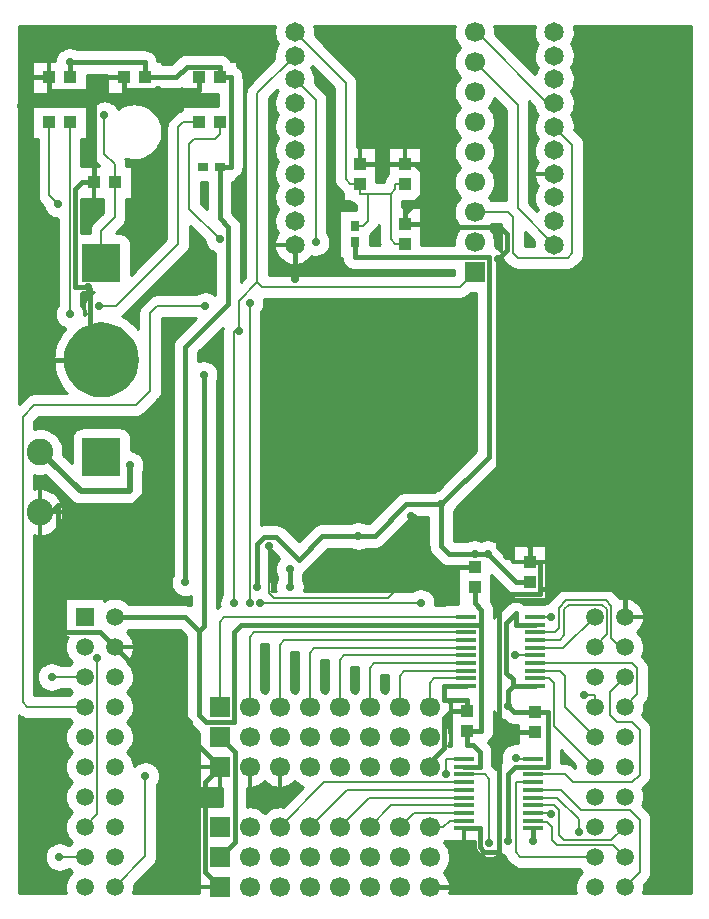
<source format=gbr>
G04 DipTrace 2.4.0.2*
%INBottom.gbr*%
%MOIN*%
%ADD14C,0.015*%
%ADD16C,0.008*%
%ADD18C,0.02*%
%ADD19C,0.01*%
%ADD20C,0.013*%
%ADD24R,0.0433X0.0394*%
%ADD25R,0.0394X0.0433*%
%ADD30R,0.0669X0.0669*%
%ADD31C,0.0669*%
%ADD32C,0.089*%
%ADD33R,0.0315X0.0354*%
%ADD34R,0.0354X0.0315*%
%ADD37R,0.0709X0.0157*%
%ADD42C,0.065*%
%ADD44R,0.0591X0.0591*%
%ADD45C,0.0591*%
%ADD46C,0.0591*%
%ADD47C,0.028*%
%FSLAX44Y44*%
G04*
G70*
G90*
G75*
G01*
%LNBottom*%
%LPD*%
X21275Y14605D2*
D14*
X20823D1*
X19883Y15546D1*
X18335Y17197D2*
X17163D1*
X16109Y16143D1*
X15564D1*
X21440Y13184D2*
X20818D1*
Y13560D1*
X20491Y13233D1*
Y11592D1*
X20716Y11367D1*
Y11137D1*
X20556Y10977D1*
Y10485D1*
X13285Y15047D2*
Y14457D1*
X5940Y31440D2*
Y31940D1*
X20716Y11137D2*
X20851D1*
X21440D1*
X21383Y6402D2*
Y5980D1*
X18335Y17197D2*
X19930Y18792D1*
Y25430D1*
X15440D1*
Y25940D1*
X19452Y15546D2*
X18592D1*
X18335Y15803D1*
Y17197D1*
X19883Y15546D2*
X19452D1*
X15564Y16143D2*
X14365D1*
X13580Y15358D1*
X12833Y16105D1*
X12430D1*
X12200Y15875D1*
Y14457D1*
X21383Y8449D2*
X20786D1*
X20556Y8219D1*
Y5980D1*
X21446Y10268D2*
X21893D1*
Y8449D1*
X21383D1*
X20556Y10485D2*
X20773Y10268D1*
X21446D1*
X10940Y28440D2*
Y26741D1*
X11235Y26446D1*
Y23880D1*
X9805Y22450D1*
Y14597D1*
X10940Y31440D2*
X11312D1*
Y28440D1*
X10940D1*
X8440Y31440D2*
X9493D1*
X9845Y31792D1*
X10940D1*
Y31440D1*
X5940Y31940D2*
X8440D1*
Y31440D1*
X19100Y8449D2*
X19609D1*
Y8930D1*
X19379Y9160D1*
X19196D1*
Y9643D1*
X19666D1*
Y13184D1*
Y13674D1*
X19440Y13900D1*
Y14440D1*
X19157Y13184D2*
X11660D1*
X11430Y12954D1*
Y9930D1*
X10482D1*
X10252Y10160D1*
Y12990D1*
X9786Y13456D1*
X7444D1*
X19666Y13184D2*
X19157D1*
X10412Y21510D2*
Y13150D1*
X10252Y12990D1*
X5315Y21065D2*
Y22014D1*
X7003D1*
X13875Y14752D2*
X14233Y15109D1*
X17270D1*
X10940Y8440D2*
X9952Y9428D1*
Y9948D1*
X7444Y12456D1*
X17940Y4440D2*
X18610D1*
X19769Y5600D1*
X20261D1*
Y9222D1*
X20421Y9382D1*
X20261Y9542D1*
Y13980D1*
X20491Y14210D1*
X21626D1*
Y14370D1*
X24210D1*
X24444Y14136D1*
Y13456D1*
X19156Y11137D2*
X18430D1*
Y10684D1*
X19196D1*
Y10312D1*
X17446Y15518D2*
Y16375D1*
X17565Y16495D1*
X19769Y5600D2*
X19609Y5760D1*
Y6402D1*
X19100D1*
X6771Y27940D2*
Y30829D1*
X6611Y30989D1*
X7062Y31440D1*
X7771D1*
X20421Y9382D2*
X20637Y9599D1*
X21446D1*
X7444Y12456D2*
X6960Y12940D1*
X5815D1*
X5565Y13190D1*
Y17190D1*
X8065D1*
X8940Y18065D1*
Y18109D1*
X8984Y18065D1*
X13444Y25852D2*
Y24705D1*
X13440D1*
X8875Y31023D2*
X10271D1*
Y31440D1*
X7771D2*
Y31023D1*
X8875D1*
X6611Y30989D2*
X5271D1*
Y31440D1*
X6556Y24440D2*
X6135D1*
Y27710D1*
X6365Y27940D1*
X6771D1*
X7003Y22014D2*
X6626D1*
Y24370D1*
X6556Y24440D1*
X17446Y15518D2*
X17855Y15109D1*
X19440D1*
X17270D2*
X17409D1*
X17446Y15146D1*
Y15518D1*
X4944Y16936D2*
X5311D1*
X5565Y17190D1*
X19196Y10312D2*
X18660D1*
X18430Y10082D1*
Y9085D1*
X17940Y8595D1*
Y8440D1*
X21275Y15275D2*
X21626D1*
Y14370D1*
X20523Y15479D2*
Y15774D1*
X20753Y16004D1*
X21045D1*
X21275Y15774D1*
Y15275D1*
X20225Y16790D2*
Y15778D1*
X20523Y15479D1*
X20225Y18277D2*
Y16790D1*
Y25374D2*
Y18277D1*
X17117Y26550D2*
X18050D1*
X18170Y26430D1*
X20290D1*
X20520Y26200D1*
Y25669D1*
X20225Y25374D1*
X17117Y28550D2*
X17469D1*
X17699Y28320D1*
Y27504D1*
X17117Y26922D1*
Y26550D1*
X15617Y28550D2*
X15969D1*
X17117D1*
X17565Y16495D2*
Y16675D1*
X17425Y16815D1*
X17311D1*
X5271Y31440D2*
X4556D1*
X4326Y31210D1*
Y30464D1*
X10940Y8440D2*
X10440Y7940D1*
Y4940D1*
X10940Y4440D1*
X12605Y15810D2*
D16*
Y14230D1*
X12765Y14070D1*
X16552D1*
X17223Y14741D1*
X20809Y8744D2*
X20848Y8705D1*
X21383D1*
X18495Y8197D2*
Y8705D1*
X19100D1*
X24444Y11456D2*
X23940Y10951D1*
Y10190D1*
X24190Y9940D1*
X24690D1*
X24940Y9690D1*
Y8190D1*
X24690Y7940D1*
X22709D1*
X22456Y8193D1*
X21383D1*
X23444Y5456D2*
X20960D1*
X20816Y5600D1*
Y7937D1*
X21383D1*
X24444Y4456D2*
X24940Y4951D1*
Y6690D1*
X24628Y7003D1*
X23002D1*
X22315Y7690D1*
X21383D1*
Y7682D1*
X22925Y6275D2*
Y6705D1*
X22204Y7426D1*
X21383D1*
X19934Y5895D2*
Y8033D1*
X19774Y8193D1*
X19100D1*
X12940Y6440D2*
X14437Y7937D1*
X19100D1*
Y7426D2*
X15926D1*
X14940Y6440D1*
X24444Y6456D2*
X24004Y6015D1*
X22418D1*
X22258Y6175D1*
Y7010D1*
X22098Y7170D1*
X21383D1*
X21998Y6861D2*
X21945Y6914D1*
X21383D1*
X24444Y5456D2*
X24045Y5855D1*
X22178D1*
X22018Y6015D1*
Y6441D1*
X21858Y6601D1*
X21738D1*
Y6658D1*
X21383D1*
X15940Y6440D2*
X16670Y7170D1*
X19100D1*
X16940Y6440D2*
X17414Y6914D1*
X19100D1*
X17940Y6440D2*
X18395D1*
X18613Y6658D1*
X19100D1*
X12300Y13910D2*
X17643D1*
X6855Y12076D2*
Y6867D1*
X6444Y6456D1*
Y5456D2*
X5605D1*
Y5440D1*
X19100Y7682D2*
X15182D1*
X13940Y6440D1*
X17117Y27881D2*
X16800D1*
Y27704D1*
X16640Y27544D1*
X15877D1*
X15617D1*
Y27881D1*
X16640Y27544D2*
Y26041D1*
X16800Y25881D1*
X17117D1*
X15877Y27544D2*
Y26651D1*
X15717Y26491D1*
X15440D1*
X15617Y27881D2*
X15300D1*
X15140Y28041D1*
Y31242D1*
X13444Y32939D1*
X10940Y9440D2*
D14*
X11440Y8940D1*
Y5940D1*
X10940Y5440D1*
X6921Y23800D2*
D16*
X7488D1*
X9565Y25877D1*
Y29772D1*
X9733Y29940D1*
X10271D1*
X5554Y27216D2*
X5271Y27499D1*
Y29940D1*
X7104Y30168D2*
Y28875D1*
X7440Y28538D1*
Y27940D1*
Y26760D1*
X7003Y26322D1*
Y25253D1*
X4944Y18936D2*
D18*
X5252D1*
Y18690D1*
X6315Y17627D1*
X7940D1*
Y18502D1*
X19444Y26936D2*
D16*
X20559D1*
X20715Y26780D1*
Y25569D1*
X20875Y25409D1*
X22546D1*
X22706Y25569D1*
Y29188D1*
X22105Y29789D1*
X10467Y23810D2*
X8873D1*
X8628Y23565D1*
Y20983D1*
X8150Y20505D1*
X4755D1*
X4375Y20125D1*
Y10600D1*
X4519Y10456D1*
X6444D1*
X10940Y26048D2*
X9934Y27054D1*
Y29215D1*
X10094Y29375D1*
X10780D1*
X10940Y29535D1*
Y29940D1*
X14145Y25940D2*
Y30663D1*
X13444Y31364D1*
X11940Y13910D2*
Y23910D1*
X19444Y31936D2*
X20875Y30505D1*
Y27083D1*
X22105Y25852D1*
X19444Y32936D2*
X19507D1*
X21866Y30577D1*
X22105D1*
X22003Y13440D2*
X21440D1*
X24444Y12456D2*
X24299D1*
X24002Y12753D1*
Y13815D1*
X23815Y14002D1*
X22502D1*
X22252Y13753D1*
Y13065D1*
X22127Y12940D1*
X21440D1*
Y12928D1*
X23444Y12456D2*
X23855Y12867D1*
Y13695D1*
X23695Y13855D1*
X22594D1*
X22434Y13695D1*
Y12832D1*
X22274Y12672D1*
X21440D1*
X23444Y13456D2*
X22405Y12416D1*
X21440D1*
X10940Y10440D2*
Y13280D1*
X11100Y13440D1*
X19157D1*
X11940Y10440D2*
Y12768D1*
X12100Y12928D1*
X19157D1*
X12940Y10440D2*
Y12512D1*
X13100Y12672D1*
X19157D1*
X13940Y10440D2*
Y12256D1*
X14100Y12416D1*
X19157D1*
X20786Y12160D2*
X21440D1*
X23076Y10855D2*
X23444D1*
Y10456D1*
X24444D2*
X24855Y10867D1*
Y11745D1*
X24695Y11905D1*
X21440D1*
X23444Y9456D2*
X22444Y10456D1*
Y11489D1*
X22284Y11649D1*
X21440D1*
X23444Y8456D2*
X22088Y9812D1*
Y11233D1*
X21928Y11393D1*
X21440D1*
X14940Y10440D2*
Y12000D1*
X15100Y12160D1*
X19157D1*
X15940Y10440D2*
Y11745D1*
X16100Y11905D1*
X19157D1*
X16940Y10440D2*
Y11489D1*
X17100Y11649D1*
X19157D1*
X17940Y10440D2*
Y11233D1*
X18100Y11393D1*
X19157D1*
X5345Y11440D2*
X6444D1*
Y11456D1*
X5940Y23540D2*
Y29940D1*
X8468Y8145D2*
Y5479D1*
X7444Y4456D1*
X19444Y24936D2*
X18954Y24445D1*
X12360D1*
X12200Y24605D1*
Y30908D1*
X13444Y32152D1*
X12200Y24605D2*
X11580Y23985D1*
Y22970D1*
X11430D1*
Y13910D1*
D47*
X19452Y15546D3*
X13285Y15047D3*
X12200Y14457D3*
X15564Y16143D3*
X20556Y5980D3*
X21383D3*
X20556Y10485D3*
X5940Y31940D3*
X9805Y14597D3*
X19883Y15546D3*
X13285Y14457D3*
X18335Y17197D3*
X10412Y21510D3*
X17223Y14741D3*
X12605Y15810D3*
X17270Y15109D3*
X17446Y15518D3*
X17311Y16815D3*
X20225Y16790D3*
X8875Y31023D3*
X8984Y18065D3*
X13875Y14752D3*
X17565Y16495D3*
X13440Y24705D3*
X20225Y25374D3*
X4326Y30464D3*
X6556Y24440D3*
X20225Y18277D3*
X5315Y21065D3*
X20523Y15479D3*
X20809Y8744D3*
X18495Y8197D3*
X22925Y6275D3*
X19934Y5895D3*
X21998Y6861D3*
X17643Y13910D3*
X12300D3*
X6855Y12076D3*
X5605Y5440D3*
X6921Y23800D3*
X5554Y27216D3*
X7104Y30168D3*
X10467Y23810D3*
X5345Y11440D3*
X8468Y8145D3*
X7940Y18502D3*
X10940Y26048D3*
X14145Y25940D3*
X11940Y23910D3*
Y13910D3*
X22003Y13440D3*
X20786Y12160D3*
X23076Y10855D3*
X5940Y23540D3*
X11580Y22970D3*
X11430Y13910D3*
X4250Y33041D2*
D19*
X12759D1*
X14121D2*
X18750D1*
X20130D2*
X21420D1*
X22782D2*
X26631D1*
X4250Y32943D2*
X12751D1*
X14129D2*
X18742D1*
X20138D2*
X21412D1*
X22790D2*
X26631D1*
X4250Y32844D2*
X12759D1*
X14121D2*
X18748D1*
X20165D2*
X21420D1*
X22784D2*
X26631D1*
X4250Y32745D2*
X12779D1*
X14202D2*
X18770D1*
X20265D2*
X21442D1*
X22762D2*
X26631D1*
X4250Y32647D2*
X12818D1*
X14301D2*
X18807D1*
X20363D2*
X21479D1*
X22723D2*
X26631D1*
X4250Y32548D2*
X12876D1*
X14399D2*
X18864D1*
X20462D2*
X21537D1*
X22665D2*
X26631D1*
X4250Y32449D2*
X12820D1*
X14498D2*
X18946D1*
X20560D2*
X21481D1*
X22721D2*
X26631D1*
X4250Y32350D2*
X5656D1*
X8574D2*
X12781D1*
X14596D2*
X18878D1*
X20659D2*
X21442D1*
X22760D2*
X26631D1*
X4250Y32252D2*
X5546D1*
X8745D2*
X12759D1*
X14695D2*
X18817D1*
X20757D2*
X21420D1*
X22782D2*
X26631D1*
X4250Y32153D2*
X5484D1*
X8823D2*
X9604D1*
X11180D2*
X12751D1*
X14795D2*
X18775D1*
X20857D2*
X21412D1*
X22790D2*
X26631D1*
X4250Y32054D2*
X5450D1*
X8863D2*
X9492D1*
X11290D2*
X12759D1*
X14893D2*
X18751D1*
X20955D2*
X21420D1*
X22784D2*
X26631D1*
X4250Y31956D2*
X4690D1*
X9021D2*
X9393D1*
X11521D2*
X12676D1*
X14991D2*
X18742D1*
X21054D2*
X21442D1*
X22760D2*
X26631D1*
X4250Y31857D2*
X4690D1*
X11521D2*
X12578D1*
X15090D2*
X18746D1*
X21152D2*
X21481D1*
X22723D2*
X26631D1*
X4250Y31758D2*
X4690D1*
X11609D2*
X12479D1*
X14004D2*
X14054D1*
X15188D2*
X18765D1*
X21251D2*
X21539D1*
X22665D2*
X26631D1*
X4250Y31660D2*
X4690D1*
X11690D2*
X12381D1*
X14062D2*
X14153D1*
X15287D2*
X18801D1*
X21349D2*
X21479D1*
X22723D2*
X26631D1*
X4250Y31561D2*
X4690D1*
X11734D2*
X12281D1*
X14099D2*
X14253D1*
X15387D2*
X18856D1*
X22762D2*
X26631D1*
X4250Y31462D2*
X4690D1*
X6521D2*
X7190D1*
X11749D2*
X12182D1*
X14121D2*
X14351D1*
X15476D2*
X18934D1*
X22784D2*
X26631D1*
X4250Y31364D2*
X4690D1*
X6521D2*
X7190D1*
X11751D2*
X12084D1*
X14129D2*
X14450D1*
X15524D2*
X18887D1*
X22790D2*
X26631D1*
X4250Y31265D2*
X4690D1*
X6521D2*
X7190D1*
X11751D2*
X11985D1*
X14121D2*
X14548D1*
X15543D2*
X18823D1*
X22782D2*
X26631D1*
X4250Y31166D2*
X4690D1*
X6521D2*
X7190D1*
X11751D2*
X11889D1*
X14205D2*
X14646D1*
X15545D2*
X18779D1*
X22760D2*
X26631D1*
X4250Y31068D2*
X4690D1*
X6521D2*
X7190D1*
X11751D2*
X11828D1*
X14304D2*
X14737D1*
X15545D2*
X18753D1*
X22721D2*
X26631D1*
X4250Y30969D2*
X4690D1*
X6521D2*
X7190D1*
X9021D2*
X9690D1*
X11751D2*
X11801D1*
X12823D2*
X12876D1*
X14404D2*
X14737D1*
X15545D2*
X18742D1*
X22666D2*
X26631D1*
X4250Y30870D2*
X10873D1*
X11751D2*
X11797D1*
X12724D2*
X12818D1*
X14488D2*
X14737D1*
X15545D2*
X18745D1*
X22724D2*
X26631D1*
X4250Y30771D2*
X10873D1*
X11751D2*
X11797D1*
X12626D2*
X12779D1*
X14532D2*
X14737D1*
X15545D2*
X18762D1*
X22762D2*
X26631D1*
X4250Y30673D2*
X10873D1*
X11751D2*
X11797D1*
X12604D2*
X12757D1*
X14549D2*
X14737D1*
X15545D2*
X18795D1*
X20085D2*
X20140D1*
X22784D2*
X26631D1*
X4250Y30574D2*
X6812D1*
X7395D2*
X10873D1*
X11751D2*
X11797D1*
X12604D2*
X12751D1*
X14549D2*
X14737D1*
X15545D2*
X18846D1*
X20034D2*
X20239D1*
X22790D2*
X26631D1*
X4250Y30475D2*
X4690D1*
X6521D2*
X6707D1*
X7501D2*
X7685D1*
X8493D2*
X9690D1*
X11751D2*
X11797D1*
X12604D2*
X12759D1*
X14549D2*
X14737D1*
X15545D2*
X18921D1*
X19959D2*
X20337D1*
X21279D2*
X21400D1*
X22782D2*
X26631D1*
X4250Y30377D2*
X4690D1*
X6521D2*
X6646D1*
X8660D2*
X9690D1*
X11751D2*
X11797D1*
X12604D2*
X12782D1*
X14549D2*
X14737D1*
X15545D2*
X18898D1*
X19982D2*
X20435D1*
X21279D2*
X21443D1*
X22760D2*
X26631D1*
X4250Y30278D2*
X4690D1*
X6521D2*
X6612D1*
X8774D2*
X9521D1*
X11751D2*
X11797D1*
X12604D2*
X12821D1*
X14549D2*
X14737D1*
X15545D2*
X18831D1*
X20049D2*
X20471D1*
X21279D2*
X21482D1*
X22721D2*
X26631D1*
X4250Y30179D2*
X4690D1*
X6521D2*
X6600D1*
X8859D2*
X9406D1*
X11751D2*
X11797D1*
X12604D2*
X12875D1*
X14549D2*
X14737D1*
X15545D2*
X18784D1*
X20096D2*
X20471D1*
X21279D2*
X21535D1*
X22668D2*
X26631D1*
X4250Y30081D2*
X4690D1*
X6521D2*
X6607D1*
X8923D2*
X9306D1*
X11751D2*
X11797D1*
X12604D2*
X12817D1*
X14549D2*
X14737D1*
X15545D2*
X18756D1*
X20124D2*
X20471D1*
X21279D2*
X21478D1*
X22724D2*
X26631D1*
X4250Y29982D2*
X4690D1*
X6521D2*
X6635D1*
X8971D2*
X9221D1*
X11751D2*
X11797D1*
X12604D2*
X12779D1*
X14549D2*
X14737D1*
X15545D2*
X18743D1*
X20137D2*
X20471D1*
X21279D2*
X21440D1*
X22762D2*
X26631D1*
X4250Y29883D2*
X4690D1*
X6521D2*
X6690D1*
X9005D2*
X9178D1*
X11751D2*
X11797D1*
X12604D2*
X12757D1*
X14549D2*
X14737D1*
X15545D2*
X18743D1*
X20137D2*
X20471D1*
X21279D2*
X21420D1*
X22784D2*
X26631D1*
X4250Y29785D2*
X4690D1*
X6521D2*
X6700D1*
X9029D2*
X9162D1*
X11751D2*
X11797D1*
X12604D2*
X12751D1*
X14549D2*
X14737D1*
X15545D2*
X18759D1*
X20121D2*
X20471D1*
X21279D2*
X21412D1*
X22790D2*
X26631D1*
X4250Y29686D2*
X4690D1*
X6521D2*
X6700D1*
X9041D2*
X9160D1*
X11751D2*
X11797D1*
X12604D2*
X12759D1*
X14549D2*
X14737D1*
X15545D2*
X18790D1*
X20090D2*
X20471D1*
X21279D2*
X21421D1*
X22782D2*
X26631D1*
X4250Y29587D2*
X4690D1*
X6521D2*
X6700D1*
X9043D2*
X9160D1*
X11751D2*
X11797D1*
X12604D2*
X12782D1*
X14549D2*
X14737D1*
X15545D2*
X18839D1*
X20041D2*
X20471D1*
X21279D2*
X21443D1*
X22871D2*
X26631D1*
X4250Y29489D2*
X4690D1*
X6521D2*
X6700D1*
X9035D2*
X9160D1*
X11751D2*
X11797D1*
X12604D2*
X12821D1*
X14549D2*
X14737D1*
X15545D2*
X18910D1*
X19970D2*
X20471D1*
X21279D2*
X21484D1*
X22970D2*
X26631D1*
X4250Y29390D2*
X4690D1*
X6521D2*
X6700D1*
X9016D2*
X9160D1*
X11751D2*
X11797D1*
X12604D2*
X12873D1*
X14549D2*
X14737D1*
X15545D2*
X18909D1*
X19971D2*
X20471D1*
X21279D2*
X21534D1*
X23052D2*
X26631D1*
X4250Y29291D2*
X4867D1*
X6345D2*
X6700D1*
X8987D2*
X9160D1*
X11751D2*
X11797D1*
X12604D2*
X12815D1*
X14549D2*
X14737D1*
X15545D2*
X18837D1*
X20043D2*
X20471D1*
X21279D2*
X21478D1*
X23096D2*
X26631D1*
X4250Y29192D2*
X4867D1*
X6345D2*
X6700D1*
X8943D2*
X9160D1*
X11751D2*
X11797D1*
X12604D2*
X12778D1*
X14549D2*
X14737D1*
X15545D2*
X18790D1*
X20090D2*
X20471D1*
X21279D2*
X21440D1*
X23110D2*
X26631D1*
X4250Y29094D2*
X4867D1*
X6345D2*
X6700D1*
X8885D2*
X9160D1*
X11751D2*
X11797D1*
X12604D2*
X12757D1*
X14549D2*
X14737D1*
X16177D2*
X16556D1*
X17677D2*
X18759D1*
X20121D2*
X20471D1*
X21279D2*
X21418D1*
X23110D2*
X26631D1*
X4250Y28995D2*
X4867D1*
X6345D2*
X6700D1*
X8810D2*
X9160D1*
X11751D2*
X11797D1*
X12604D2*
X12751D1*
X14549D2*
X14737D1*
X16177D2*
X16556D1*
X17677D2*
X18743D1*
X20137D2*
X20471D1*
X21279D2*
X21412D1*
X23110D2*
X26631D1*
X4250Y28896D2*
X4867D1*
X6345D2*
X6700D1*
X8710D2*
X9160D1*
X11751D2*
X11797D1*
X12604D2*
X12760D1*
X14549D2*
X14737D1*
X16177D2*
X16556D1*
X17677D2*
X18743D1*
X20137D2*
X20471D1*
X21279D2*
X21421D1*
X23110D2*
X26631D1*
X4250Y28798D2*
X4867D1*
X6345D2*
X6707D1*
X8570D2*
X9160D1*
X11751D2*
X11797D1*
X12604D2*
X12782D1*
X14549D2*
X14737D1*
X16177D2*
X16556D1*
X17677D2*
X18756D1*
X20124D2*
X20471D1*
X21279D2*
X21445D1*
X23110D2*
X26631D1*
X4250Y28699D2*
X4867D1*
X6345D2*
X6742D1*
X7810D2*
X7859D1*
X8321D2*
X9160D1*
X11751D2*
X11797D1*
X12604D2*
X12823D1*
X14549D2*
X14737D1*
X16177D2*
X16556D1*
X17677D2*
X18785D1*
X20095D2*
X20471D1*
X21279D2*
X21484D1*
X23110D2*
X26631D1*
X4250Y28600D2*
X4867D1*
X6345D2*
X6810D1*
X7838D2*
X9160D1*
X11751D2*
X11797D1*
X12604D2*
X12871D1*
X14549D2*
X14737D1*
X16177D2*
X16556D1*
X17677D2*
X18831D1*
X20049D2*
X20471D1*
X21279D2*
X21532D1*
X23110D2*
X26631D1*
X4250Y28502D2*
X4867D1*
X6345D2*
X6909D1*
X7845D2*
X9160D1*
X11751D2*
X11797D1*
X12604D2*
X12815D1*
X14549D2*
X14737D1*
X16177D2*
X16556D1*
X17677D2*
X18900D1*
X19980D2*
X20471D1*
X21279D2*
X21476D1*
X23110D2*
X26631D1*
X4250Y28403D2*
X4867D1*
X8021D2*
X9160D1*
X11749D2*
X11796D1*
X12604D2*
X12778D1*
X14549D2*
X14737D1*
X16177D2*
X16556D1*
X17677D2*
X18920D1*
X19960D2*
X20471D1*
X21279D2*
X21439D1*
X23110D2*
X26631D1*
X4250Y28304D2*
X4867D1*
X8021D2*
X9160D1*
X11729D2*
X11796D1*
X12604D2*
X12757D1*
X14549D2*
X14737D1*
X16177D2*
X16556D1*
X17677D2*
X18846D1*
X20034D2*
X20471D1*
X21279D2*
X21418D1*
X23110D2*
X26631D1*
X4250Y28206D2*
X4867D1*
X8021D2*
X9160D1*
X11680D2*
X11796D1*
X12604D2*
X12751D1*
X14549D2*
X14737D1*
X16177D2*
X16556D1*
X17677D2*
X18795D1*
X20085D2*
X20471D1*
X21279D2*
X21414D1*
X23110D2*
X26631D1*
X4250Y28107D2*
X4867D1*
X8021D2*
X9160D1*
X11591D2*
X11796D1*
X12604D2*
X12760D1*
X14549D2*
X14737D1*
X16177D2*
X16468D1*
X17677D2*
X18762D1*
X20118D2*
X20471D1*
X21279D2*
X21421D1*
X23110D2*
X26631D1*
X4250Y28008D2*
X4867D1*
X8021D2*
X9160D1*
X11480D2*
X11796D1*
X12604D2*
X12784D1*
X14549D2*
X14737D1*
X16177D2*
X16418D1*
X17677D2*
X18745D1*
X20135D2*
X20471D1*
X21279D2*
X21445D1*
X23110D2*
X26631D1*
X4250Y27910D2*
X4867D1*
X8021D2*
X9160D1*
X10338D2*
X10501D1*
X11379D2*
X11796D1*
X12604D2*
X12825D1*
X14549D2*
X14759D1*
X17677D2*
X18742D1*
X20138D2*
X20471D1*
X21279D2*
X21485D1*
X23110D2*
X26631D1*
X4250Y27811D2*
X4867D1*
X8021D2*
X9160D1*
X10338D2*
X10501D1*
X11379D2*
X11796D1*
X12604D2*
X12870D1*
X14549D2*
X14810D1*
X17677D2*
X18754D1*
X20126D2*
X20471D1*
X21279D2*
X21531D1*
X23110D2*
X26631D1*
X4250Y27712D2*
X4867D1*
X8021D2*
X9160D1*
X10338D2*
X10501D1*
X11379D2*
X11796D1*
X12604D2*
X12814D1*
X14549D2*
X14903D1*
X17677D2*
X18781D1*
X20099D2*
X20471D1*
X21279D2*
X21475D1*
X23110D2*
X26631D1*
X4250Y27613D2*
X4867D1*
X8021D2*
X9160D1*
X10338D2*
X10501D1*
X11379D2*
X11796D1*
X12604D2*
X12778D1*
X14549D2*
X15001D1*
X17677D2*
X18825D1*
X20055D2*
X20471D1*
X21279D2*
X21439D1*
X23110D2*
X26631D1*
X4250Y27515D2*
X4867D1*
X8021D2*
X9160D1*
X10338D2*
X10501D1*
X11379D2*
X11796D1*
X12604D2*
X12757D1*
X14549D2*
X15056D1*
X17677D2*
X18889D1*
X19991D2*
X20471D1*
X21279D2*
X21418D1*
X23110D2*
X26631D1*
X4250Y27416D2*
X4876D1*
X8021D2*
X9160D1*
X10338D2*
X10501D1*
X11379D2*
X11796D1*
X12604D2*
X12751D1*
X14549D2*
X15056D1*
X17677D2*
X18932D1*
X19948D2*
X20471D1*
X21279D2*
X21414D1*
X23110D2*
X26631D1*
X4250Y27317D2*
X4910D1*
X6345D2*
X7035D1*
X7845D2*
X9160D1*
X10338D2*
X10501D1*
X11379D2*
X11796D1*
X12604D2*
X12760D1*
X14549D2*
X15056D1*
X17677D2*
X18854D1*
X21279D2*
X21421D1*
X23110D2*
X26631D1*
X4250Y27219D2*
X4984D1*
X6345D2*
X7035D1*
X7845D2*
X9160D1*
X10338D2*
X10501D1*
X11379D2*
X11796D1*
X12604D2*
X12784D1*
X14549D2*
X15385D1*
X17045D2*
X18801D1*
X21302D2*
X21446D1*
X23110D2*
X26631D1*
X4250Y27120D2*
X5059D1*
X6345D2*
X7035D1*
X7845D2*
X9160D1*
X10435D2*
X10501D1*
X11379D2*
X11796D1*
X12604D2*
X12825D1*
X14549D2*
X15473D1*
X17677D2*
X18765D1*
X21402D2*
X21487D1*
X23110D2*
X26631D1*
X4250Y27021D2*
X5090D1*
X6345D2*
X7035D1*
X7845D2*
X9160D1*
X11379D2*
X11796D1*
X12604D2*
X12868D1*
X14549D2*
X14918D1*
X17677D2*
X18746D1*
X23110D2*
X26631D1*
X4250Y26923D2*
X5146D1*
X6345D2*
X7035D1*
X7845D2*
X9160D1*
X11379D2*
X11796D1*
X12604D2*
X12812D1*
X14549D2*
X14918D1*
X17677D2*
X18742D1*
X23110D2*
X26631D1*
X4250Y26824D2*
X5243D1*
X6345D2*
X6937D1*
X7845D2*
X9160D1*
X11473D2*
X11796D1*
X12604D2*
X12776D1*
X14549D2*
X14918D1*
X17677D2*
X18751D1*
X23110D2*
X26631D1*
X4250Y26725D2*
X5484D1*
X6345D2*
X6839D1*
X7843D2*
X9160D1*
X11570D2*
X11796D1*
X12604D2*
X12757D1*
X14549D2*
X14918D1*
X17677D2*
X18776D1*
X23110D2*
X26631D1*
X4250Y26627D2*
X5535D1*
X6345D2*
X6740D1*
X7821D2*
X9160D1*
X11634D2*
X11796D1*
X12604D2*
X12751D1*
X14549D2*
X14918D1*
X17677D2*
X18817D1*
X23110D2*
X26631D1*
X4250Y26528D2*
X5535D1*
X6345D2*
X6656D1*
X7768D2*
X9160D1*
X11666D2*
X11796D1*
X12604D2*
X12760D1*
X14549D2*
X14918D1*
X17677D2*
X18878D1*
X20002D2*
X20310D1*
X23110D2*
X26631D1*
X4250Y26429D2*
X5535D1*
X6345D2*
X6614D1*
X7676D2*
X9160D1*
X11674D2*
X11796D1*
X12604D2*
X12785D1*
X14549D2*
X14918D1*
X17677D2*
X18945D1*
X19935D2*
X20310D1*
X23110D2*
X26631D1*
X4250Y26331D2*
X5535D1*
X6345D2*
X6598D1*
X7577D2*
X9160D1*
X9970D2*
X10090D1*
X11674D2*
X11796D1*
X12604D2*
X12826D1*
X14549D2*
X14918D1*
X16124D2*
X16237D1*
X17677D2*
X18864D1*
X20016D2*
X20310D1*
X23110D2*
X26631D1*
X4250Y26232D2*
X5535D1*
X7698D2*
X9160D1*
X9970D2*
X10189D1*
X11674D2*
X11796D1*
X12604D2*
X12867D1*
X14554D2*
X14918D1*
X16026D2*
X16237D1*
X17677D2*
X18806D1*
X20074D2*
X20310D1*
X21118D2*
X21156D1*
X23110D2*
X26631D1*
X4250Y26133D2*
X5535D1*
X7891D2*
X9160D1*
X9970D2*
X10289D1*
X11674D2*
X11796D1*
X12604D2*
X12812D1*
X14609D2*
X14918D1*
X15962D2*
X16237D1*
X17677D2*
X18770D1*
X20110D2*
X20310D1*
X21118D2*
X21254D1*
X23110D2*
X26631D1*
X4250Y26034D2*
X5535D1*
X7962D2*
X9154D1*
X9970D2*
X10387D1*
X11674D2*
X11796D1*
X12604D2*
X12776D1*
X14640D2*
X14918D1*
X15962D2*
X16237D1*
X17677D2*
X18748D1*
X20132D2*
X20310D1*
X21118D2*
X21353D1*
X23110D2*
X26631D1*
X4250Y25936D2*
X5535D1*
X7993D2*
X9056D1*
X9970D2*
X10450D1*
X11674D2*
X11796D1*
X12604D2*
X12756D1*
X14649D2*
X14918D1*
X15962D2*
X16251D1*
X17677D2*
X18742D1*
X20138D2*
X20310D1*
X21118D2*
X21418D1*
X23110D2*
X26631D1*
X4250Y25837D2*
X5535D1*
X7996D2*
X8957D1*
X9966D2*
X10484D1*
X11674D2*
X11796D1*
X12604D2*
X12751D1*
X14638D2*
X14918D1*
X20130D2*
X20310D1*
X21118D2*
X21414D1*
X23110D2*
X26631D1*
X4250Y25738D2*
X5535D1*
X7996D2*
X8859D1*
X9943D2*
X10545D1*
X11674D2*
X11796D1*
X12604D2*
X12760D1*
X14605D2*
X14918D1*
X20237D2*
X20310D1*
X23110D2*
X26631D1*
X4250Y25640D2*
X5535D1*
X7996D2*
X8760D1*
X9888D2*
X10653D1*
X11674D2*
X11796D1*
X12604D2*
X12785D1*
X14548D2*
X14918D1*
X23110D2*
X26631D1*
X4250Y25541D2*
X5535D1*
X7996D2*
X8662D1*
X9796D2*
X10796D1*
X11674D2*
X11796D1*
X12604D2*
X12828D1*
X14446D2*
X14918D1*
X23109D2*
X26631D1*
X4250Y25442D2*
X5535D1*
X7996D2*
X8564D1*
X9698D2*
X10796D1*
X11674D2*
X11796D1*
X12604D2*
X12890D1*
X13990D2*
X14918D1*
X23090D2*
X26631D1*
X4250Y25344D2*
X5535D1*
X7996D2*
X8464D1*
X9598D2*
X10796D1*
X11674D2*
X11796D1*
X12604D2*
X12982D1*
X13898D2*
X15010D1*
X23040D2*
X26631D1*
X4250Y25245D2*
X5535D1*
X7996D2*
X8365D1*
X9499D2*
X10796D1*
X11674D2*
X11796D1*
X12604D2*
X13129D1*
X13751D2*
X15043D1*
X20368D2*
X20471D1*
X22949D2*
X26631D1*
X4250Y25146D2*
X5535D1*
X7996D2*
X8267D1*
X9401D2*
X10796D1*
X11674D2*
X11796D1*
X12604D2*
X15107D1*
X20368D2*
X20570D1*
X22851D2*
X26631D1*
X4250Y25048D2*
X5535D1*
X7996D2*
X8168D1*
X9302D2*
X10796D1*
X11674D2*
X11796D1*
X12604D2*
X15235D1*
X20368D2*
X20707D1*
X22713D2*
X26631D1*
X4250Y24949D2*
X5535D1*
X7996D2*
X8070D1*
X9204D2*
X10796D1*
X11674D2*
X11796D1*
X12604D2*
X18742D1*
X20368D2*
X26631D1*
X4250Y24850D2*
X5535D1*
X9105D2*
X10796D1*
X11674D2*
X11796D1*
X12604D2*
X18742D1*
X20368D2*
X26631D1*
X4250Y24752D2*
X5535D1*
X9005D2*
X10796D1*
X11674D2*
X11779D1*
X20368D2*
X26631D1*
X4250Y24653D2*
X5535D1*
X8907D2*
X10796D1*
X20368D2*
X26631D1*
X4250Y24554D2*
X5535D1*
X8809D2*
X10796D1*
X20368D2*
X26631D1*
X4250Y24455D2*
X5535D1*
X8710D2*
X10796D1*
X20368D2*
X26631D1*
X4250Y24357D2*
X5535D1*
X8612D2*
X10796D1*
X20368D2*
X26631D1*
X4250Y24258D2*
X5535D1*
X6345D2*
X6726D1*
X8513D2*
X10250D1*
X10685D2*
X10796D1*
X20368D2*
X26631D1*
X4250Y24159D2*
X5535D1*
X6345D2*
X6573D1*
X8413D2*
X8681D1*
X19226D2*
X19490D1*
X20368D2*
X26631D1*
X4250Y24061D2*
X5535D1*
X6345D2*
X6492D1*
X8315D2*
X8556D1*
X19040D2*
X19490D1*
X20368D2*
X26631D1*
X4250Y23962D2*
X5535D1*
X6345D2*
X6445D1*
X8216D2*
X8457D1*
X12441D2*
X19490D1*
X20368D2*
X26631D1*
X4250Y23863D2*
X5535D1*
X6345D2*
X6421D1*
X8118D2*
X8359D1*
X12441D2*
X19490D1*
X20368D2*
X26631D1*
X4250Y23765D2*
X5490D1*
X8020D2*
X8278D1*
X12423D2*
X19490D1*
X20368D2*
X26631D1*
X4250Y23666D2*
X5453D1*
X7921D2*
X8237D1*
X12379D2*
X19490D1*
X20368D2*
X26631D1*
X4250Y23567D2*
X5437D1*
X6443D2*
X6476D1*
X7821D2*
X8223D1*
X12345D2*
X19490D1*
X20368D2*
X26631D1*
X4250Y23469D2*
X5442D1*
X7710D2*
X8223D1*
X12345D2*
X19490D1*
X20368D2*
X26631D1*
X4250Y23370D2*
X5467D1*
X7865D2*
X8223D1*
X9032D2*
X10109D1*
X12345D2*
X19490D1*
X20368D2*
X26631D1*
X4250Y23271D2*
X5515D1*
X8005D2*
X8223D1*
X9032D2*
X10010D1*
X12345D2*
X19490D1*
X20368D2*
X26631D1*
X4250Y23173D2*
X5601D1*
X8115D2*
X8223D1*
X9032D2*
X9910D1*
X12345D2*
X19490D1*
X20368D2*
X26631D1*
X4250Y23074D2*
X5768D1*
X9032D2*
X9812D1*
X12345D2*
X19490D1*
X20368D2*
X26631D1*
X4250Y22975D2*
X5714D1*
X9032D2*
X9714D1*
X10946D2*
X11026D1*
X12345D2*
X19490D1*
X20368D2*
X26631D1*
X4250Y22876D2*
X5645D1*
X9032D2*
X9615D1*
X10848D2*
X11026D1*
X12345D2*
X19490D1*
X20368D2*
X26631D1*
X4250Y22778D2*
X5584D1*
X9032D2*
X9517D1*
X10749D2*
X11026D1*
X12345D2*
X19490D1*
X20368D2*
X26631D1*
X4250Y22679D2*
X5539D1*
X9032D2*
X9432D1*
X10651D2*
X11026D1*
X12345D2*
X19490D1*
X20368D2*
X26631D1*
X4250Y22580D2*
X5492D1*
X9032D2*
X9387D1*
X10552D2*
X11026D1*
X12345D2*
X19490D1*
X20368D2*
X26631D1*
X4250Y22482D2*
X5462D1*
X9032D2*
X9367D1*
X10454D2*
X11026D1*
X12345D2*
X19490D1*
X20368D2*
X26631D1*
X4250Y22383D2*
X5435D1*
X9032D2*
X9367D1*
X10354D2*
X11026D1*
X12345D2*
X19490D1*
X20368D2*
X26631D1*
X4250Y22284D2*
X5412D1*
X9032D2*
X9367D1*
X10255D2*
X11026D1*
X12345D2*
X19490D1*
X20368D2*
X26631D1*
X4250Y22186D2*
X5403D1*
X9032D2*
X9367D1*
X10245D2*
X11026D1*
X12345D2*
X19490D1*
X20368D2*
X26631D1*
X4250Y22087D2*
X5393D1*
X9032D2*
X9367D1*
X10245D2*
X11026D1*
X12345D2*
X19490D1*
X20368D2*
X26631D1*
X4250Y21988D2*
X5390D1*
X9032D2*
X9367D1*
X10245D2*
X10279D1*
X10546D2*
X11026D1*
X12345D2*
X19490D1*
X20368D2*
X26631D1*
X4250Y21890D2*
X5398D1*
X9032D2*
X9367D1*
X10738D2*
X11026D1*
X12345D2*
X19490D1*
X20368D2*
X26631D1*
X4250Y21791D2*
X5407D1*
X9032D2*
X9367D1*
X10829D2*
X11026D1*
X12345D2*
X19490D1*
X20368D2*
X26631D1*
X4250Y21692D2*
X5423D1*
X9032D2*
X9367D1*
X10880D2*
X11026D1*
X12345D2*
X19490D1*
X20368D2*
X26631D1*
X4250Y21594D2*
X5450D1*
X9032D2*
X9367D1*
X10909D2*
X11026D1*
X12345D2*
X19490D1*
X20368D2*
X26631D1*
X4250Y21495D2*
X5476D1*
X9032D2*
X9367D1*
X10916D2*
X11026D1*
X12345D2*
X19490D1*
X20368D2*
X26631D1*
X4250Y21396D2*
X5517D1*
X9032D2*
X9367D1*
X10902D2*
X11026D1*
X12345D2*
X19490D1*
X20368D2*
X26631D1*
X4250Y21297D2*
X5562D1*
X9032D2*
X9367D1*
X10868D2*
X11026D1*
X12345D2*
X19490D1*
X20368D2*
X26631D1*
X4250Y21199D2*
X5612D1*
X9032D2*
X9367D1*
X10851D2*
X11026D1*
X12345D2*
X19490D1*
X20368D2*
X26631D1*
X4250Y21100D2*
X5681D1*
X9032D2*
X9367D1*
X10851D2*
X11026D1*
X12345D2*
X19490D1*
X20368D2*
X26631D1*
X4250Y21001D2*
X5750D1*
X9032D2*
X9367D1*
X10851D2*
X11026D1*
X12345D2*
X19490D1*
X20368D2*
X26631D1*
X4250Y20903D2*
X5842D1*
X9023D2*
X9367D1*
X10851D2*
X11026D1*
X12345D2*
X19490D1*
X20368D2*
X26631D1*
X4250Y20804D2*
X4489D1*
X8988D2*
X9367D1*
X10851D2*
X11026D1*
X12345D2*
X19490D1*
X20368D2*
X26631D1*
X4250Y20705D2*
X4389D1*
X8918D2*
X9367D1*
X10851D2*
X11026D1*
X12345D2*
X19490D1*
X20368D2*
X26631D1*
X4250Y20607D2*
X4290D1*
X8818D2*
X9367D1*
X10851D2*
X11026D1*
X12345D2*
X19490D1*
X20368D2*
X26631D1*
X8720Y20508D2*
X9367D1*
X10851D2*
X11026D1*
X12345D2*
X19490D1*
X20368D2*
X26631D1*
X8621Y20409D2*
X9367D1*
X10851D2*
X11026D1*
X12345D2*
X19490D1*
X20368D2*
X26631D1*
X8523Y20311D2*
X9367D1*
X10851D2*
X11026D1*
X12345D2*
X19490D1*
X20368D2*
X26631D1*
X8423Y20212D2*
X9367D1*
X10851D2*
X11026D1*
X12345D2*
X19490D1*
X20368D2*
X26631D1*
X8201Y20113D2*
X9367D1*
X10851D2*
X11026D1*
X12345D2*
X19490D1*
X20368D2*
X26631D1*
X4832Y20015D2*
X9367D1*
X10851D2*
X11026D1*
X12345D2*
X19490D1*
X20368D2*
X26631D1*
X4779Y19916D2*
X9367D1*
X10851D2*
X11026D1*
X12345D2*
X19490D1*
X20368D2*
X26631D1*
X4779Y19817D2*
X9367D1*
X10851D2*
X11026D1*
X12345D2*
X19490D1*
X20368D2*
X26631D1*
X5129Y19718D2*
X6196D1*
X7809D2*
X9367D1*
X10851D2*
X11026D1*
X12345D2*
X19490D1*
X20368D2*
X26631D1*
X5370Y19620D2*
X6081D1*
X7924D2*
X9367D1*
X10851D2*
X11026D1*
X12345D2*
X19490D1*
X20368D2*
X26631D1*
X5498Y19521D2*
X6028D1*
X7977D2*
X9367D1*
X10851D2*
X11026D1*
X12345D2*
X19490D1*
X20368D2*
X26631D1*
X5587Y19422D2*
X6009D1*
X7996D2*
X9367D1*
X10851D2*
X11026D1*
X12345D2*
X19490D1*
X20368D2*
X26631D1*
X5651Y19324D2*
X6009D1*
X7996D2*
X9367D1*
X10851D2*
X11026D1*
X12345D2*
X19490D1*
X20368D2*
X26631D1*
X5696Y19225D2*
X6009D1*
X7996D2*
X9367D1*
X10851D2*
X11026D1*
X12345D2*
X19490D1*
X20368D2*
X26631D1*
X5727Y19126D2*
X6009D1*
X7996D2*
X9367D1*
X10851D2*
X11026D1*
X12345D2*
X19490D1*
X20368D2*
X26631D1*
X5745Y19028D2*
X6009D1*
X7996D2*
X9367D1*
X10851D2*
X11026D1*
X12345D2*
X19490D1*
X20368D2*
X26631D1*
X5749Y18929D2*
X6009D1*
X8199D2*
X9367D1*
X10851D2*
X11026D1*
X12345D2*
X19451D1*
X20368D2*
X26631D1*
X5765Y18830D2*
X6009D1*
X8320D2*
X9367D1*
X10851D2*
X11026D1*
X12345D2*
X19351D1*
X20368D2*
X26631D1*
X5863Y18732D2*
X6009D1*
X8388D2*
X9367D1*
X10851D2*
X11026D1*
X12345D2*
X19253D1*
X20365D2*
X26631D1*
X5962Y18633D2*
X6009D1*
X8426D2*
X9367D1*
X10851D2*
X11026D1*
X12345D2*
X19154D1*
X20338D2*
X26631D1*
X8443Y18534D2*
X9367D1*
X10851D2*
X11026D1*
X12345D2*
X19056D1*
X20282D2*
X26631D1*
X8440Y18436D2*
X9367D1*
X10851D2*
X11026D1*
X12345D2*
X18957D1*
X20190D2*
X26631D1*
X8415Y18337D2*
X9367D1*
X10851D2*
X11026D1*
X12345D2*
X18859D1*
X20091D2*
X26631D1*
X8404Y18238D2*
X9367D1*
X10851D2*
X11026D1*
X12345D2*
X18759D1*
X19993D2*
X26631D1*
X4779Y18139D2*
X5151D1*
X8404D2*
X9367D1*
X10851D2*
X11026D1*
X12345D2*
X18660D1*
X19895D2*
X26631D1*
X4779Y18041D2*
X5250D1*
X8404D2*
X9367D1*
X10851D2*
X11026D1*
X12345D2*
X18562D1*
X19795D2*
X26631D1*
X4779Y17942D2*
X5348D1*
X8404D2*
X9367D1*
X10851D2*
X11026D1*
X12345D2*
X18464D1*
X19696D2*
X26631D1*
X4779Y17843D2*
X5448D1*
X8404D2*
X9367D1*
X10851D2*
X11026D1*
X12345D2*
X18365D1*
X19598D2*
X26631D1*
X4779Y17745D2*
X5546D1*
X8404D2*
X9367D1*
X10851D2*
X11026D1*
X12345D2*
X18267D1*
X19499D2*
X26631D1*
X5324Y17646D2*
X5645D1*
X8404D2*
X9367D1*
X10851D2*
X11026D1*
X12345D2*
X18118D1*
X19401D2*
X26631D1*
X5470Y17547D2*
X5743D1*
X8396D2*
X9367D1*
X10851D2*
X11026D1*
X12345D2*
X16906D1*
X19302D2*
X26631D1*
X5566Y17449D2*
X5842D1*
X8366D2*
X9367D1*
X10851D2*
X11026D1*
X12345D2*
X16798D1*
X19202D2*
X26631D1*
X5635Y17350D2*
X5940D1*
X8309D2*
X9367D1*
X10851D2*
X11026D1*
X12345D2*
X16700D1*
X19104D2*
X26631D1*
X5685Y17251D2*
X6051D1*
X8204D2*
X9367D1*
X10851D2*
X11026D1*
X12345D2*
X16601D1*
X19005D2*
X26631D1*
X5720Y17153D2*
X9367D1*
X10851D2*
X11026D1*
X12345D2*
X16501D1*
X18907D2*
X26631D1*
X5741Y17054D2*
X9367D1*
X10851D2*
X11026D1*
X12345D2*
X16403D1*
X18818D2*
X26631D1*
X5749Y16955D2*
X9367D1*
X10851D2*
X11026D1*
X12345D2*
X16304D1*
X18776D2*
X26631D1*
X5745Y16857D2*
X9367D1*
X10851D2*
X11026D1*
X12345D2*
X16206D1*
X18774D2*
X26631D1*
X5727Y16758D2*
X9367D1*
X10851D2*
X11026D1*
X12345D2*
X16107D1*
X17340D2*
X17896D1*
X18774D2*
X26631D1*
X5698Y16659D2*
X9367D1*
X10851D2*
X11026D1*
X12345D2*
X16009D1*
X17241D2*
X17896D1*
X18774D2*
X26631D1*
X5652Y16560D2*
X9367D1*
X10851D2*
X11026D1*
X12345D2*
X14257D1*
X17143D2*
X17896D1*
X18774D2*
X26631D1*
X5590Y16462D2*
X9367D1*
X10851D2*
X11026D1*
X13082D2*
X14068D1*
X17045D2*
X17896D1*
X18774D2*
X26631D1*
X5502Y16363D2*
X9367D1*
X10851D2*
X11026D1*
X13191D2*
X13968D1*
X16945D2*
X17896D1*
X18774D2*
X26631D1*
X5376Y16264D2*
X9367D1*
X10851D2*
X11026D1*
X13290D2*
X13870D1*
X16846D2*
X17896D1*
X18774D2*
X26631D1*
X5146Y16166D2*
X9367D1*
X10851D2*
X11026D1*
X13390D2*
X13771D1*
X16748D2*
X17896D1*
X18774D2*
X26631D1*
X4779Y16067D2*
X9367D1*
X10851D2*
X11026D1*
X13488D2*
X13673D1*
X16649D2*
X17896D1*
X18774D2*
X26631D1*
X4779Y15968D2*
X9367D1*
X10851D2*
X11026D1*
X16551D2*
X17896D1*
X20149D2*
X26631D1*
X4779Y15870D2*
X9367D1*
X10851D2*
X11026D1*
X16452D2*
X17896D1*
X20266D2*
X26631D1*
X4779Y15771D2*
X9367D1*
X10851D2*
X11026D1*
X16332D2*
X17898D1*
X20332D2*
X20714D1*
X21835D2*
X26631D1*
X4779Y15672D2*
X9367D1*
X10851D2*
X11026D1*
X14512D2*
X15404D1*
X15723D2*
X17917D1*
X20373D2*
X20714D1*
X21835D2*
X26631D1*
X4779Y15574D2*
X9367D1*
X10851D2*
X11026D1*
X12638D2*
X12748D1*
X14412D2*
X17964D1*
X20471D2*
X20714D1*
X21835D2*
X26631D1*
X4779Y15475D2*
X9367D1*
X10851D2*
X11026D1*
X12638D2*
X12846D1*
X14313D2*
X18046D1*
X20571D2*
X20714D1*
X21835D2*
X26631D1*
X4779Y15376D2*
X9367D1*
X10851D2*
X11026D1*
X12638D2*
X12907D1*
X14215D2*
X18145D1*
X20670D2*
X20714D1*
X21835D2*
X26631D1*
X4779Y15278D2*
X9367D1*
X10851D2*
X11026D1*
X12638D2*
X12839D1*
X14116D2*
X18245D1*
X21835D2*
X26631D1*
X4779Y15179D2*
X9367D1*
X10851D2*
X11026D1*
X12638D2*
X12800D1*
X14018D2*
X18360D1*
X21835D2*
X26631D1*
X4779Y15080D2*
X9367D1*
X10851D2*
X11026D1*
X12638D2*
X12782D1*
X13920D2*
X18879D1*
X21835D2*
X26631D1*
X4779Y14981D2*
X9367D1*
X10851D2*
X11026D1*
X12638D2*
X12785D1*
X13796D2*
X18879D1*
X21835D2*
X26631D1*
X4779Y14883D2*
X9367D1*
X10851D2*
X11026D1*
X12638D2*
X12809D1*
X13762D2*
X18879D1*
X21835D2*
X26631D1*
X4779Y14784D2*
X9339D1*
X10851D2*
X11026D1*
X12638D2*
X12846D1*
X13724D2*
X18879D1*
X21835D2*
X26631D1*
X4779Y14685D2*
X9309D1*
X10851D2*
X11026D1*
X12648D2*
X12837D1*
X13734D2*
X18879D1*
X20001D2*
X20128D1*
X21835D2*
X26631D1*
X4779Y14587D2*
X9301D1*
X10851D2*
X11026D1*
X12687D2*
X12800D1*
X13773D2*
X18879D1*
X20001D2*
X20226D1*
X21835D2*
X26631D1*
X4779Y14488D2*
X9314D1*
X10851D2*
X11026D1*
X12702D2*
X12782D1*
X13788D2*
X18879D1*
X20001D2*
X20325D1*
X21835D2*
X26631D1*
X4779Y14389D2*
X9346D1*
X10851D2*
X11026D1*
X12699D2*
X12785D1*
X13785D2*
X17515D1*
X17773D2*
X18879D1*
X20001D2*
X20423D1*
X21835D2*
X22418D1*
X23899D2*
X26631D1*
X4779Y14291D2*
X9407D1*
X10851D2*
X11026D1*
X17968D2*
X18879D1*
X20001D2*
X20521D1*
X21835D2*
X22225D1*
X24093D2*
X26631D1*
X4779Y14192D2*
X9512D1*
X10851D2*
X11015D1*
X18059D2*
X18879D1*
X20001D2*
X20700D1*
X21835D2*
X22125D1*
X24193D2*
X26631D1*
X4779Y14093D2*
X9973D1*
X10851D2*
X10962D1*
X18112D2*
X18879D1*
X20001D2*
X20714D1*
X21835D2*
X22026D1*
X24291D2*
X26631D1*
X4779Y13995D2*
X5781D1*
X7787D2*
X9973D1*
X10851D2*
X10934D1*
X18140D2*
X18879D1*
X20001D2*
X21932D1*
X24787D2*
X26631D1*
X4779Y13896D2*
X5781D1*
X7912D2*
X9973D1*
X10851D2*
X10925D1*
X18148D2*
X18879D1*
X20043D2*
X20542D1*
X21095D2*
X21803D1*
X24912D2*
X26631D1*
X4779Y13797D2*
X5781D1*
X10851D2*
X10925D1*
X20087D2*
X20439D1*
X24991D2*
X26631D1*
X4779Y13699D2*
X5781D1*
X20104D2*
X20340D1*
X25046D2*
X26631D1*
X4779Y13600D2*
X5781D1*
X20105D2*
X20242D1*
X25079D2*
X26631D1*
X4779Y13501D2*
X5781D1*
X20105D2*
X20146D1*
X25096D2*
X26631D1*
X4779Y13402D2*
X5781D1*
X25098D2*
X26631D1*
X4779Y13304D2*
X5781D1*
X25085D2*
X26631D1*
X4779Y13205D2*
X5781D1*
X25055D2*
X26631D1*
X4779Y13106D2*
X5781D1*
X25007D2*
X26631D1*
X4779Y13008D2*
X5781D1*
X7934D2*
X9618D1*
X24934D2*
X26631D1*
X4779Y12909D2*
X5781D1*
X7899D2*
X9717D1*
X24899D2*
X26631D1*
X4779Y12810D2*
X5781D1*
X7984D2*
X9814D1*
X24984D2*
X26631D1*
X4779Y12712D2*
X5840D1*
X8040D2*
X9814D1*
X25040D2*
X26631D1*
X4779Y12613D2*
X5804D1*
X8076D2*
X9814D1*
X25076D2*
X26631D1*
X4779Y12514D2*
X5785D1*
X8095D2*
X9814D1*
X12345D2*
X12535D1*
X25095D2*
X26631D1*
X4779Y12416D2*
X5781D1*
X8099D2*
X9814D1*
X12345D2*
X12535D1*
X25099D2*
X26631D1*
X4779Y12317D2*
X5793D1*
X8087D2*
X9814D1*
X12345D2*
X12535D1*
X25087D2*
X26631D1*
X4779Y12218D2*
X5820D1*
X8060D2*
X9814D1*
X12345D2*
X12535D1*
X13345D2*
X13535D1*
X25060D2*
X26631D1*
X4779Y12120D2*
X5865D1*
X8015D2*
X9814D1*
X12345D2*
X12535D1*
X13345D2*
X13535D1*
X25048D2*
X26631D1*
X4779Y12021D2*
X5934D1*
X7946D2*
X9814D1*
X12345D2*
X12535D1*
X13345D2*
X13535D1*
X14345D2*
X14537D1*
X25146D2*
X26631D1*
X4779Y11922D2*
X5228D1*
X5462D2*
X5995D1*
X7885D2*
X9814D1*
X12345D2*
X12535D1*
X13345D2*
X13535D1*
X14345D2*
X14535D1*
X25216D2*
X26631D1*
X4779Y11823D2*
X5023D1*
X7974D2*
X9814D1*
X12345D2*
X12535D1*
X13345D2*
X13535D1*
X14345D2*
X14535D1*
X25251D2*
X26631D1*
X4779Y11725D2*
X4931D1*
X8034D2*
X9814D1*
X12345D2*
X12535D1*
X13345D2*
X13535D1*
X14345D2*
X14535D1*
X15345D2*
X15535D1*
X25259D2*
X26631D1*
X4779Y11626D2*
X4878D1*
X8073D2*
X9814D1*
X12345D2*
X12535D1*
X13345D2*
X13535D1*
X14345D2*
X14535D1*
X15345D2*
X15535D1*
X25259D2*
X26631D1*
X4779Y11527D2*
X4848D1*
X8093D2*
X9814D1*
X12345D2*
X12535D1*
X13345D2*
X13535D1*
X14345D2*
X14535D1*
X15345D2*
X15535D1*
X25259D2*
X26631D1*
X4779Y11429D2*
X4842D1*
X8099D2*
X9814D1*
X12345D2*
X12535D1*
X13345D2*
X13535D1*
X14345D2*
X14535D1*
X15345D2*
X15535D1*
X16345D2*
X16535D1*
X25259D2*
X26631D1*
X4779Y11330D2*
X4853D1*
X8090D2*
X9814D1*
X12345D2*
X12535D1*
X13345D2*
X13535D1*
X14345D2*
X14535D1*
X15345D2*
X15535D1*
X16345D2*
X16535D1*
X25259D2*
X26631D1*
X4779Y11231D2*
X4887D1*
X8065D2*
X9814D1*
X12345D2*
X12535D1*
X13345D2*
X13535D1*
X14345D2*
X14535D1*
X15345D2*
X15535D1*
X16345D2*
X16535D1*
X25259D2*
X26631D1*
X4779Y11133D2*
X4948D1*
X8021D2*
X9814D1*
X12345D2*
X12535D1*
X13345D2*
X13535D1*
X14345D2*
X14535D1*
X15345D2*
X15535D1*
X16345D2*
X16535D1*
X25259D2*
X26631D1*
X4779Y11034D2*
X5054D1*
X5635D2*
X5923D1*
X7957D2*
X9814D1*
X12345D2*
X12535D1*
X13345D2*
X13535D1*
X14345D2*
X14535D1*
X15345D2*
X15535D1*
X16345D2*
X16535D1*
X25259D2*
X26631D1*
X4779Y10935D2*
X6010D1*
X7870D2*
X9814D1*
X25259D2*
X26631D1*
X4779Y10837D2*
X5917D1*
X7963D2*
X9814D1*
X25259D2*
X26631D1*
X8027Y10738D2*
X9814D1*
X25241D2*
X26631D1*
X8068Y10639D2*
X9814D1*
X25195D2*
X26631D1*
X8091Y10541D2*
X9814D1*
X25107D2*
X26631D1*
X8099Y10442D2*
X9814D1*
X25099D2*
X26631D1*
X8091Y10343D2*
X9814D1*
X25091D2*
X26631D1*
X8070Y10244D2*
X9814D1*
X25070D2*
X26631D1*
X8029Y10146D2*
X9814D1*
X18573D2*
X18635D1*
X20105D2*
X20187D1*
X25051D2*
X26631D1*
X4250Y10047D2*
X4498D1*
X7966D2*
X9828D1*
X18515D2*
X18635D1*
X20105D2*
X20317D1*
X25149D2*
X26631D1*
X4250Y9948D2*
X6006D1*
X7874D2*
X9868D1*
X18432D2*
X18635D1*
X20105D2*
X20476D1*
X25248D2*
X26631D1*
X4250Y9850D2*
X5926D1*
X7954D2*
X9945D1*
X18504D2*
X18635D1*
X20105D2*
X20667D1*
X25310D2*
X26631D1*
X4250Y9751D2*
X5860D1*
X8020D2*
X10045D1*
X18565D2*
X18635D1*
X20105D2*
X20885D1*
X25340D2*
X26631D1*
X4250Y9652D2*
X5817D1*
X8063D2*
X10143D1*
X20105D2*
X20885D1*
X25345D2*
X26631D1*
X4250Y9554D2*
X5790D1*
X8090D2*
X10242D1*
X20096D2*
X20885D1*
X25345D2*
X26631D1*
X4250Y9455D2*
X5781D1*
X8099D2*
X10242D1*
X20062D2*
X20885D1*
X25345D2*
X26631D1*
X4250Y9356D2*
X5787D1*
X8093D2*
X10242D1*
X19995D2*
X20885D1*
X25345D2*
X26631D1*
X4250Y9258D2*
X5807D1*
X8073D2*
X10242D1*
X19898D2*
X20885D1*
X25345D2*
X26631D1*
X4250Y9159D2*
X5845D1*
X8035D2*
X10242D1*
X18579D2*
X18635D1*
X19982D2*
X20531D1*
X25345D2*
X26631D1*
X4250Y9060D2*
X5904D1*
X7976D2*
X10242D1*
X20027D2*
X20420D1*
X25345D2*
X26631D1*
X4250Y8962D2*
X5992D1*
X7888D2*
X10242D1*
X20048D2*
X20356D1*
X25345D2*
X26631D1*
X4250Y8863D2*
X5937D1*
X7943D2*
X10242D1*
X20048D2*
X20320D1*
X22332D2*
X22450D1*
X25345D2*
X26631D1*
X4250Y8764D2*
X5868D1*
X8012D2*
X10242D1*
X20048D2*
X20306D1*
X22332D2*
X22550D1*
X25345D2*
X26631D1*
X4250Y8665D2*
X5821D1*
X8059D2*
X10242D1*
X20048D2*
X20312D1*
X22332D2*
X22648D1*
X25345D2*
X26631D1*
X4250Y8567D2*
X5793D1*
X8087D2*
X8201D1*
X8735D2*
X10242D1*
X20048D2*
X20287D1*
X22591D2*
X22746D1*
X25345D2*
X26631D1*
X4250Y8468D2*
X5781D1*
X8851D2*
X10242D1*
X20066D2*
X20196D1*
X22748D2*
X22781D1*
X25345D2*
X26631D1*
X4250Y8369D2*
X5785D1*
X8918D2*
X10242D1*
X25345D2*
X26631D1*
X4250Y8271D2*
X5803D1*
X8955D2*
X10242D1*
X25345D2*
X26631D1*
X4250Y8172D2*
X5839D1*
X8971D2*
X10242D1*
X25343D2*
X26631D1*
X4250Y8073D2*
X5895D1*
X8966D2*
X10242D1*
X25326D2*
X26631D1*
X4250Y7975D2*
X5978D1*
X8941D2*
X10242D1*
X25280D2*
X26631D1*
X4250Y7876D2*
X5950D1*
X8891D2*
X10242D1*
X12345D2*
X12535D1*
X13345D2*
X13535D1*
X25193D2*
X26631D1*
X4250Y7777D2*
X5876D1*
X8871D2*
X10242D1*
X12137D2*
X12743D1*
X13137D2*
X13710D1*
X25095D2*
X26631D1*
X4250Y7679D2*
X5826D1*
X8871D2*
X11001D1*
X11879D2*
X13612D1*
X25054D2*
X26631D1*
X4250Y7580D2*
X5796D1*
X8871D2*
X11001D1*
X11879D2*
X13514D1*
X25084D2*
X26631D1*
X4250Y7481D2*
X5782D1*
X8871D2*
X11001D1*
X11879D2*
X13414D1*
X25098D2*
X26631D1*
X4250Y7383D2*
X5784D1*
X8871D2*
X11001D1*
X11879D2*
X13315D1*
X25096D2*
X26631D1*
X4250Y7284D2*
X5800D1*
X8871D2*
X11001D1*
X11879D2*
X13217D1*
X25080D2*
X26631D1*
X4250Y7185D2*
X5832D1*
X8871D2*
X11001D1*
X11879D2*
X13118D1*
X25048D2*
X26631D1*
X4250Y7086D2*
X5885D1*
X8871D2*
X10242D1*
X12187D2*
X12693D1*
X25110D2*
X26631D1*
X4250Y6988D2*
X5964D1*
X8871D2*
X10242D1*
X12366D2*
X12514D1*
X25209D2*
X26631D1*
X4250Y6889D2*
X5962D1*
X8871D2*
X10242D1*
X25290D2*
X26631D1*
X4250Y6790D2*
X5884D1*
X8871D2*
X10242D1*
X25330D2*
X26631D1*
X4250Y6692D2*
X5832D1*
X8871D2*
X10242D1*
X25345D2*
X26631D1*
X4250Y6593D2*
X5800D1*
X8871D2*
X10242D1*
X25345D2*
X26631D1*
X4250Y6494D2*
X5784D1*
X8871D2*
X10242D1*
X25345D2*
X26631D1*
X4250Y6396D2*
X5782D1*
X8871D2*
X10242D1*
X25345D2*
X26631D1*
X4250Y6297D2*
X5796D1*
X8871D2*
X10242D1*
X25345D2*
X26631D1*
X4250Y6198D2*
X5828D1*
X8871D2*
X10242D1*
X25345D2*
X26631D1*
X4250Y6100D2*
X5878D1*
X8871D2*
X10242D1*
X25345D2*
X26631D1*
X4250Y6001D2*
X5953D1*
X8871D2*
X10242D1*
X25345D2*
X26631D1*
X4250Y5902D2*
X5421D1*
X5788D2*
X5975D1*
X8871D2*
X10242D1*
X18460D2*
X19431D1*
X25345D2*
X26631D1*
X4250Y5804D2*
X5260D1*
X8871D2*
X10242D1*
X18535D2*
X19439D1*
X25345D2*
X26631D1*
X4250Y5705D2*
X5178D1*
X8871D2*
X10242D1*
X18585D2*
X19468D1*
X25345D2*
X26631D1*
X4250Y5606D2*
X5129D1*
X8871D2*
X10242D1*
X18618D2*
X19523D1*
X25345D2*
X26631D1*
X4250Y5507D2*
X5106D1*
X8871D2*
X10242D1*
X18635D2*
X19618D1*
X20251D2*
X20403D1*
X25345D2*
X26631D1*
X4250Y5409D2*
X5101D1*
X8868D2*
X10242D1*
X18638D2*
X19835D1*
X20034D2*
X20462D1*
X25345D2*
X26631D1*
X4250Y5310D2*
X5118D1*
X8838D2*
X10242D1*
X18626D2*
X20539D1*
X25345D2*
X26631D1*
X4250Y5211D2*
X5157D1*
X8777D2*
X10242D1*
X18599D2*
X20637D1*
X25345D2*
X26631D1*
X4250Y5113D2*
X5225D1*
X8680D2*
X10242D1*
X18555D2*
X20746D1*
X25345D2*
X26631D1*
X4250Y5014D2*
X5345D1*
X5865D2*
X5940D1*
X8580D2*
X10242D1*
X18491D2*
X22940D1*
X25345D2*
X26631D1*
X4250Y4915D2*
X5989D1*
X8482D2*
X10242D1*
X18448D2*
X22989D1*
X25343D2*
X26631D1*
X4250Y4817D2*
X5901D1*
X8384D2*
X10242D1*
X18526D2*
X22901D1*
X25324D2*
X26631D1*
X4250Y4718D2*
X5843D1*
X8285D2*
X10242D1*
X18580D2*
X22843D1*
X25276D2*
X26631D1*
X4250Y4619D2*
X5806D1*
X8187D2*
X10242D1*
X18615D2*
X22806D1*
X25187D2*
X26631D1*
X4250Y4521D2*
X5785D1*
X8095D2*
X10242D1*
X18634D2*
X22785D1*
X25095D2*
X26631D1*
X4250Y4422D2*
X5781D1*
X8099D2*
X10242D1*
X18638D2*
X22781D1*
X25099D2*
X26631D1*
X4250Y4323D2*
X5792D1*
X8088D2*
X10242D1*
X18629D2*
X22792D1*
X25088D2*
X26631D1*
X6423Y26236D2*
X6609D1*
X6612Y26372D1*
X6621Y26421D1*
X6637Y26469D1*
X6658Y26514D1*
X6685Y26556D1*
X6724Y26601D1*
X7045Y26923D1*
X7046Y27390D1*
X6334Y27389D1*
Y26235D1*
X6423Y26236D1*
X6765Y24269D2*
X6377D1*
X6334Y24240D1*
Y23838D1*
X6370Y23783D1*
X6393Y23739D1*
X6410Y23692D1*
X6423Y23643D1*
X6431Y23594D1*
X6433Y23514D1*
X6493Y23533D1*
X6490Y23559D1*
X6468Y23604D1*
X6451Y23651D1*
X6438Y23699D1*
X6430Y23749D1*
X6427Y23798D1*
X6430Y23848D1*
X6437Y23898D1*
X6450Y23946D1*
X6467Y23993D1*
X6488Y24038D1*
X6515Y24081D1*
X6545Y24120D1*
X6579Y24157D1*
X6617Y24189D1*
X6658Y24218D1*
X6702Y24243D1*
X6767Y24269D1*
X6019Y18566D2*
Y19406D1*
X6022Y19456D1*
X6033Y19504D1*
X6050Y19551D1*
X6074Y19595D1*
X6103Y19635D1*
X6138Y19671D1*
X6178Y19701D1*
X6222Y19726D1*
X6268Y19744D1*
X6317Y19755D1*
X6373Y19760D1*
X7632D1*
X7682Y19756D1*
X7731Y19746D1*
X7778Y19728D1*
X7822Y19705D1*
X7862Y19675D1*
X7898Y19640D1*
X7928Y19600D1*
X7953Y19557D1*
X7971Y19510D1*
X7982Y19462D1*
X7986Y19406D1*
Y18995D1*
X8061Y18981D1*
X8109Y18967D1*
X8155Y18947D1*
X8199Y18923D1*
X8240Y18895D1*
X8278Y18863D1*
X8313Y18827D1*
X8343Y18788D1*
X8370Y18745D1*
X8393Y18701D1*
X8410Y18654D1*
X8423Y18606D1*
X8431Y18556D1*
X8434Y18502D1*
X8431Y18453D1*
X8424Y18403D1*
X8411Y18355D1*
X8394Y18302D1*
Y17627D1*
X8391Y17578D1*
X8383Y17528D1*
X8369Y17480D1*
X8351Y17434D1*
X8327Y17390D1*
X8298Y17349D1*
X8266Y17311D1*
X8229Y17277D1*
X8189Y17248D1*
X8145Y17223D1*
X8100Y17202D1*
X8052Y17188D1*
X8003Y17178D1*
X7940Y17173D1*
X6315D1*
X6265Y17176D1*
X6216Y17184D1*
X6168Y17198D1*
X6121Y17217D1*
X6077Y17241D1*
X6036Y17269D1*
X5959Y17342D1*
X5135Y18165D1*
X5045Y18148D1*
X4945Y18141D1*
X4845Y18147D1*
X4770Y18160D1*
X4769Y17720D1*
X4855Y17734D1*
X4945Y17739D1*
X5035Y17733D1*
X5123Y17718D1*
X5209Y17692D1*
X5292Y17657D1*
X5371Y17613D1*
X5444Y17560D1*
X5510Y17500D1*
X5569Y17432D1*
X5621Y17358D1*
X5663Y17279D1*
X5697Y17196D1*
X5721Y17109D1*
X5735Y17020D1*
X5739Y16930D1*
X5733Y16840D1*
X5717Y16752D1*
X5690Y16666D1*
X5655Y16583D1*
X5610Y16505D1*
X5557Y16432D1*
X5496Y16366D1*
X5428Y16307D1*
X5354Y16257D1*
X5274Y16214D1*
X5191Y16181D1*
X5104Y16158D1*
X5015Y16145D1*
X4925Y16141D1*
X4835Y16148D1*
X4769Y16160D1*
Y10833D1*
X5085Y10834D1*
X5924D1*
X5981Y10899D1*
X6026Y10940D1*
X5967Y10995D1*
X5924Y11047D1*
X5642Y11046D1*
X5607Y11021D1*
X5563Y10997D1*
X5517Y10977D1*
X5469Y10962D1*
X5420Y10952D1*
X5371Y10947D1*
X5321D1*
X5271Y10952D1*
X5222Y10961D1*
X5174Y10976D1*
X5128Y10996D1*
X5085Y11020D1*
X5043Y11049D1*
X5005Y11081D1*
X4971Y11117D1*
X4940Y11157D1*
X4914Y11199D1*
X4891Y11244D1*
X4874Y11290D1*
X4861Y11339D1*
X4853Y11388D1*
X4851Y11438D1*
X4853Y11488D1*
X4860Y11537D1*
X4873Y11586D1*
X4890Y11633D1*
X4912Y11678D1*
X4938Y11720D1*
X4968Y11760D1*
X5003Y11796D1*
X5040Y11829D1*
X5081Y11858D1*
X5125Y11882D1*
X5171Y11902D1*
X5218Y11918D1*
X5267Y11928D1*
X5317Y11933D1*
X5367Y11934D1*
X5417Y11929D1*
X5466Y11919D1*
X5513Y11904D1*
X5559Y11885D1*
X5643Y11834D1*
X5924D1*
X5981Y11899D1*
X6026Y11940D1*
X5967Y11995D1*
X5904Y12073D1*
X5854Y12160D1*
X5818Y12253D1*
X5797Y12351D1*
X5791Y12450D1*
X5800Y12550D1*
X5824Y12647D1*
X5863Y12739D1*
X5894Y12791D1*
X5791D1*
Y14089D1*
X7089D1*
Y13988D1*
X7187Y14038D1*
X7282Y14070D1*
X7380Y14087D1*
X7480Y14088D1*
X7579Y14074D1*
X7675Y14045D1*
X7765Y14002D1*
X7847Y13946D1*
X7920Y13877D1*
X7927Y13869D1*
X9802D1*
X9852Y13866D1*
X9901Y13857D1*
X9940Y13846D1*
X9983Y13850D1*
Y14136D1*
X9930Y14119D1*
X9881Y14109D1*
X9831Y14104D1*
X9781D1*
X9731Y14109D1*
X9682Y14118D1*
X9635Y14133D1*
X9589Y14153D1*
X9545Y14177D1*
X9504Y14206D1*
X9466Y14238D1*
X9431Y14274D1*
X9401Y14314D1*
X9374Y14356D1*
X9352Y14401D1*
X9334Y14447D1*
X9322Y14496D1*
X9314Y14545D1*
X9311Y14595D1*
X9313Y14645D1*
X9321Y14694D1*
X9333Y14743D1*
X9350Y14790D1*
X9376Y14841D1*
Y22450D1*
X9379Y22500D1*
X9388Y22549D1*
X9402Y22597D1*
X9422Y22643D1*
X9447Y22686D1*
X9470Y22718D1*
X9572Y22824D1*
X10164Y23415D1*
X9034Y23416D1*
X9022Y23365D1*
Y20983D1*
X9018Y20933D1*
X9009Y20884D1*
X8993Y20836D1*
X8972Y20791D1*
X8945Y20749D1*
X8906Y20704D1*
X8429Y20226D1*
X8391Y20193D1*
X8350Y20165D1*
X8305Y20143D1*
X8258Y20126D1*
X8209Y20115D1*
X8150Y20111D1*
X4917D1*
X4770Y19962D1*
X4769Y19720D1*
X4875Y19736D1*
X4975Y19738D1*
X5074Y19728D1*
X5171Y19705D1*
X5265Y19670D1*
X5354Y19624D1*
X5436Y19567D1*
X5510Y19500D1*
X5576Y19424D1*
X5631Y19341D1*
X5676Y19252D1*
X5709Y19157D1*
X5730Y19060D1*
X5739Y18960D1*
X5737Y18890D1*
X5734Y18851D1*
X6019Y18566D1*
Y18574D1*
X5856Y20899D2*
X5768Y20990D1*
X5619Y21203D1*
X5586Y21267D1*
X5492Y21474D1*
X5425Y21725D1*
X5416Y21796D1*
X5399Y22023D1*
X5421Y22282D1*
X5437Y22352D1*
X5498Y22571D1*
X5608Y22807D1*
X5647Y22867D1*
X5780Y23052D1*
X5795Y23068D1*
X5724Y23096D1*
X5680Y23120D1*
X5639Y23149D1*
X5601Y23181D1*
X5566Y23217D1*
X5535Y23257D1*
X5509Y23299D1*
X5487Y23344D1*
X5469Y23391D1*
X5456Y23439D1*
X5449Y23489D1*
X5446Y23538D1*
X5448Y23588D1*
X5456Y23638D1*
X5468Y23686D1*
X5485Y23733D1*
X5507Y23778D1*
X5546Y23837D1*
Y26723D1*
X5480Y26727D1*
X5431Y26737D1*
X5383Y26752D1*
X5337Y26772D1*
X5294Y26796D1*
X5252Y26824D1*
X5214Y26857D1*
X5180Y26893D1*
X5149Y26932D1*
X5123Y26974D1*
X5100Y27019D1*
X5083Y27066D1*
X5065Y27147D1*
X4959Y27257D1*
X4931Y27299D1*
X4909Y27343D1*
X4892Y27391D1*
X4881Y27439D1*
X4877Y27499D1*
Y29391D1*
X4700Y29389D1*
Y30491D1*
X5841Y30489D1*
X5819Y30491D1*
X6511D1*
Y29389D1*
X6334D1*
Y28492D1*
X6710Y28491D1*
X6930D1*
X6792Y28634D1*
X6764Y28675D1*
X6741Y28720D1*
X6725Y28767D1*
X6714Y28816D1*
X6710Y28875D1*
Y29870D1*
X6672Y29927D1*
X6650Y29972D1*
X6633Y30019D1*
X6620Y30067D1*
X6612Y30116D1*
X6610Y30166D1*
X6612Y30216D1*
X6619Y30266D1*
X6632Y30314D1*
X6649Y30361D1*
X6670Y30406D1*
X6697Y30449D1*
X6727Y30488D1*
X6761Y30525D1*
X6799Y30557D1*
X6840Y30586D1*
X6884Y30611D1*
X6929Y30631D1*
X6977Y30646D1*
X7026Y30656D1*
X7076Y30662D1*
X7126D1*
X7175Y30657D1*
X7224Y30647D1*
X7272Y30633D1*
X7318Y30613D1*
X7362Y30589D1*
X7403Y30561D1*
X7441Y30529D1*
X7476Y30493D1*
X7507Y30453D1*
X7546Y30387D1*
X7612Y30432D1*
X7700Y30478D1*
X7794Y30514D1*
X7890Y30540D1*
X7989Y30556D1*
X8089Y30562D1*
X8188Y30557D1*
X8287Y30541D1*
X8384Y30515D1*
X8477Y30479D1*
X8566Y30433D1*
X8649Y30378D1*
X8726Y30315D1*
X8797Y30244D1*
X8859Y30165D1*
X8912Y30081D1*
X8957Y29991D1*
X8992Y29898D1*
X9016Y29801D1*
X9030Y29702D1*
X9034Y29617D1*
X9029Y29517D1*
X9013Y29419D1*
X8987Y29322D1*
X8951Y29229D1*
X8905Y29140D1*
X8850Y29057D1*
X8786Y28980D1*
X8715Y28909D1*
X8637Y28847D1*
X8552Y28794D1*
X8463Y28749D1*
X8369Y28715D1*
X8272Y28690D1*
X8173Y28676D1*
X8073Y28673D1*
X7974Y28680D1*
X7875Y28697D1*
X7790Y28722D1*
X7810Y28673D1*
X7824Y28625D1*
X7834Y28538D1*
Y28490D1*
X8011Y28491D1*
Y27389D1*
X7834D1*
Y26760D1*
X7831Y26710D1*
X7821Y26661D1*
X7806Y26614D1*
X7784Y26568D1*
X7757Y26526D1*
X7719Y26481D1*
X7474Y26236D1*
X7632D1*
X7682Y26233D1*
X7731Y26222D1*
X7778Y26205D1*
X7822Y26181D1*
X7862Y26152D1*
X7898Y26117D1*
X7928Y26077D1*
X7953Y26033D1*
X7971Y25987D1*
X7982Y25938D1*
X7986Y25882D1*
X7987Y24857D1*
X9170Y26040D1*
X9171Y29527D1*
Y29772D1*
X9174Y29822D1*
X9184Y29871D1*
X9199Y29919D1*
X9221Y29964D1*
X9248Y30006D1*
X9286Y30051D1*
X9454Y30219D1*
X9492Y30252D1*
X9533Y30280D1*
X9578Y30302D1*
X9625Y30319D1*
X9699Y30332D1*
X9700Y30439D1*
Y30491D1*
X10841Y30489D1*
X10819Y30491D1*
X10884D1*
X10883Y30888D1*
X10369Y30889D1*
X9700D1*
Y31064D1*
X9638Y31036D1*
X9590Y31022D1*
X9541Y31014D1*
X9393Y31011D1*
X9010D1*
X9011Y30889D1*
X7869Y30891D1*
X7861Y30889D1*
X7200D1*
Y31511D1*
X6510D1*
X6511Y30889D1*
X5369Y30891D1*
X5361Y30889D1*
X4700D1*
Y31991D1*
X5449D1*
X5456Y32037D1*
X5468Y32086D1*
X5485Y32133D1*
X5507Y32178D1*
X5533Y32220D1*
X5564Y32260D1*
X5598Y32296D1*
X5636Y32329D1*
X5677Y32358D1*
X5720Y32382D1*
X5766Y32402D1*
X5814Y32418D1*
X5862Y32428D1*
X5912Y32433D1*
X5962Y32434D1*
X6012Y32429D1*
X6061Y32419D1*
X6109Y32404D1*
X6183Y32369D1*
X8440D1*
X8490Y32366D1*
X8539Y32357D1*
X8587Y32343D1*
X8633Y32323D1*
X8676Y32298D1*
X8716Y32268D1*
X8752Y32234D1*
X8785Y32196D1*
X8812Y32154D1*
X8834Y32109D1*
X8851Y32062D1*
X8869Y31991D1*
X9011D1*
Y31867D1*
X9240Y31869D1*
X9317D1*
X9542Y32095D1*
X9579Y32128D1*
X9620Y32157D1*
X9664Y32181D1*
X9710Y32199D1*
X9759Y32212D1*
X9797Y32218D1*
X9945Y32221D1*
X10940D1*
X10990Y32218D1*
X11039Y32209D1*
X11087Y32195D1*
X11133Y32175D1*
X11176Y32150D1*
X11216Y32120D1*
X11252Y32086D1*
X11285Y32047D1*
X11300Y32025D1*
X11321Y31991D1*
X11511D1*
Y31821D1*
X11569Y31783D1*
X11607Y31751D1*
X11641Y31714D1*
X11671Y31674D1*
X11696Y31631D1*
X11715Y31585D1*
X11729Y31537D1*
X11738Y31488D1*
X11741Y31340D1*
Y28440D1*
X11738Y28390D1*
X11729Y28341D1*
X11715Y28293D1*
X11695Y28247D1*
X11670Y28204D1*
X11640Y28164D1*
X11606Y28128D1*
X11567Y28095D1*
X11525Y28068D1*
X11501Y28055D1*
X11471Y28001D1*
Y27929D1*
X11370D1*
X11369Y26920D1*
X11538Y26749D1*
X11572Y26712D1*
X11600Y26671D1*
X11624Y26627D1*
X11642Y26580D1*
X11655Y26532D1*
X11661Y26493D1*
X11664Y26346D1*
Y24625D1*
X11806Y24769D1*
Y30913D1*
X11809Y30962D1*
X11819Y31012D1*
X11834Y31059D1*
X11856Y31104D1*
X11883Y31146D1*
X11921Y31191D1*
X12771Y32041D1*
X12762Y32120D1*
X12765Y32220D1*
X12782Y32318D1*
X12813Y32413D1*
X12858Y32502D1*
X12887Y32545D1*
X12841Y32621D1*
X12801Y32712D1*
X12774Y32808D1*
X12762Y32907D1*
X12765Y33007D1*
X12782Y33106D1*
X12790Y33140D1*
X4240D1*
Y20548D1*
X4476Y20784D1*
X4514Y20817D1*
X4555Y20845D1*
X4600Y20867D1*
X4647Y20884D1*
X4696Y20895D1*
X4755Y20899D1*
X5857D1*
X7686Y23460D2*
X7812Y23399D1*
X8025Y23250D1*
X8078Y23201D1*
X8230Y23046D1*
X8234Y23042D1*
Y23565D1*
X8237Y23615D1*
X8246Y23664D1*
X8262Y23711D1*
X8283Y23757D1*
X8310Y23799D1*
X8349Y23844D1*
X8594Y24089D1*
X8631Y24122D1*
X8673Y24150D1*
X8717Y24172D1*
X8764Y24189D1*
X8813Y24200D1*
X8873Y24204D1*
X10168D1*
X10247Y24252D1*
X10293Y24272D1*
X10341Y24288D1*
X10389Y24298D1*
X10439Y24303D1*
X10489Y24304D1*
X10539Y24299D1*
X10588Y24289D1*
X10636Y24274D1*
X10682Y24255D1*
X10726Y24231D1*
X10767Y24203D1*
X10806Y24169D1*
Y25572D1*
X10724Y25604D1*
X10680Y25628D1*
X10639Y25657D1*
X10601Y25689D1*
X10566Y25725D1*
X10535Y25765D1*
X10509Y25807D1*
X10487Y25852D1*
X10469Y25899D1*
X10451Y25979D1*
X9960Y26471D1*
X9959Y25877D1*
X9956Y25828D1*
X9946Y25779D1*
X9931Y25731D1*
X9909Y25686D1*
X9882Y25644D1*
X9844Y25599D1*
X7766Y23522D1*
X7729Y23489D1*
X7710Y23475D1*
X17668Y28451D2*
Y27310D1*
X17035D1*
X17034Y27121D1*
X17668D1*
Y25859D1*
X18757D1*
X18751Y25927D1*
X18757Y26026D1*
X18776Y26124D1*
X18810Y26218D1*
X18857Y26307D1*
X18916Y26387D1*
X18967Y26440D1*
X18901Y26511D1*
X18845Y26593D1*
X18801Y26683D1*
X18771Y26778D1*
X18754Y26877D1*
X18752Y26977D1*
X18765Y27076D1*
X18792Y27172D1*
X18832Y27263D1*
X18885Y27348D1*
X18950Y27424D1*
X18967Y27440D1*
X18901Y27511D1*
X18845Y27593D1*
X18801Y27683D1*
X18771Y27778D1*
X18754Y27877D1*
X18752Y27977D1*
X18765Y28076D1*
X18792Y28172D1*
X18832Y28263D1*
X18885Y28348D1*
X18950Y28424D1*
X18967Y28440D1*
X18901Y28511D1*
X18845Y28593D1*
X18801Y28683D1*
X18771Y28778D1*
X18754Y28877D1*
X18752Y28977D1*
X18765Y29076D1*
X18792Y29172D1*
X18832Y29263D1*
X18885Y29348D1*
X18950Y29424D1*
X18967Y29440D1*
X18901Y29511D1*
X18845Y29593D1*
X18801Y29683D1*
X18771Y29778D1*
X18754Y29877D1*
X18752Y29977D1*
X18765Y30076D1*
X18792Y30172D1*
X18832Y30263D1*
X18885Y30348D1*
X18950Y30424D1*
X18967Y30440D1*
X18901Y30511D1*
X18845Y30593D1*
X18801Y30683D1*
X18771Y30778D1*
X18754Y30877D1*
X18752Y30977D1*
X18765Y31076D1*
X18792Y31172D1*
X18832Y31263D1*
X18885Y31348D1*
X18950Y31424D1*
X18967Y31440D1*
X18901Y31511D1*
X18845Y31593D1*
X18801Y31683D1*
X18771Y31778D1*
X18754Y31877D1*
X18752Y31977D1*
X18765Y32076D1*
X18792Y32172D1*
X18832Y32263D1*
X18885Y32348D1*
X18950Y32424D1*
X18967Y32440D1*
X18901Y32511D1*
X18845Y32593D1*
X18801Y32683D1*
X18771Y32778D1*
X18754Y32877D1*
X18752Y32977D1*
X18765Y33076D1*
X18782Y33141D1*
X15840Y33140D1*
X14088D1*
X14109Y33055D1*
X14119Y32955D1*
X14117Y32890D1*
X14109Y32827D1*
X14461Y32476D1*
X15419Y31518D1*
X15452Y31481D1*
X15480Y31439D1*
X15502Y31395D1*
X15519Y31348D1*
X15530Y31299D1*
X15534Y31240D1*
X15536Y29121D1*
X16168D1*
Y27937D1*
X16410Y27938D1*
X16428Y28010D1*
X16447Y28056D1*
X16472Y28099D1*
X16502Y28139D1*
X16566Y28200D1*
Y29121D1*
X17668D1*
Y27980D1*
X15301Y27310D2*
X15066D1*
Y27565D1*
X15022Y27602D1*
X14862Y27762D1*
X14829Y27800D1*
X14801Y27841D1*
X14778Y27886D1*
X14761Y27933D1*
X14751Y27982D1*
X14746Y28041D1*
Y31077D1*
X14021Y31802D1*
X13992Y31759D1*
X14023Y31713D1*
X14068Y31624D1*
X14099Y31529D1*
X14116Y31430D1*
X14119Y31365D1*
X14111Y31266D1*
X14109Y31252D1*
X14423Y30939D1*
X14456Y30901D1*
X14484Y30860D1*
X14507Y30816D1*
X14524Y30768D1*
X14534Y30720D1*
X14539Y30660D1*
Y26237D1*
X14575Y26183D1*
X14597Y26138D1*
X14615Y26091D1*
X14628Y26043D1*
X14636Y25994D1*
X14639Y25940D1*
X14636Y25890D1*
X14629Y25841D1*
X14616Y25792D1*
X14599Y25745D1*
X14577Y25701D1*
X14550Y25658D1*
X14520Y25619D1*
X14486Y25582D1*
X14448Y25550D1*
X14407Y25521D1*
X14363Y25497D1*
X14317Y25477D1*
X14269Y25462D1*
X14220Y25452D1*
X14171Y25447D1*
X14121D1*
X14071Y25452D1*
X13999Y25468D1*
X13950Y25405D1*
X13893Y25348D1*
X13831Y25298D1*
X13763Y25256D1*
X13690Y25222D1*
X13614Y25197D1*
X13536Y25181D1*
X13456Y25175D1*
X13376Y25178D1*
X13297Y25190D1*
X13220Y25211D1*
X13146Y25241D1*
X13076Y25280D1*
X13011Y25327D1*
X12953Y25381D1*
X12900Y25442D1*
X12856Y25508D1*
X12819Y25579D1*
X12791Y25654D1*
X12772Y25732D1*
X12763Y25811D1*
X12762Y25891D1*
X12771Y25970D1*
X12790Y26048D1*
X12817Y26123D1*
X12853Y26195D1*
X12887Y26247D1*
X12841Y26321D1*
X12801Y26413D1*
X12774Y26509D1*
X12762Y26608D1*
X12765Y26708D1*
X12782Y26807D1*
X12813Y26901D1*
X12858Y26991D1*
X12887Y27034D1*
X12841Y27109D1*
X12801Y27200D1*
X12774Y27297D1*
X12762Y27396D1*
X12765Y27496D1*
X12782Y27594D1*
X12813Y27689D1*
X12858Y27778D1*
X12887Y27821D1*
X12841Y27896D1*
X12801Y27988D1*
X12774Y28084D1*
X12762Y28183D1*
X12765Y28283D1*
X12782Y28381D1*
X12813Y28476D1*
X12858Y28565D1*
X12887Y28608D1*
X12841Y28684D1*
X12801Y28775D1*
X12774Y28871D1*
X12762Y28970D1*
X12765Y29070D1*
X12782Y29169D1*
X12813Y29264D1*
X12858Y29353D1*
X12887Y29396D1*
X12841Y29471D1*
X12801Y29562D1*
X12774Y29659D1*
X12762Y29758D1*
X12765Y29858D1*
X12782Y29956D1*
X12813Y30051D1*
X12858Y30140D1*
X12887Y30183D1*
X12841Y30258D1*
X12801Y30350D1*
X12774Y30446D1*
X12762Y30545D1*
X12765Y30645D1*
X12782Y30744D1*
X12813Y30838D1*
X12858Y30928D1*
X12887Y30971D1*
X12859Y31015D1*
X12595Y30750D1*
X12594Y29963D1*
Y24839D1*
X18752D1*
X18751Y25000D1*
X17880Y25001D1*
X15440D1*
X15390Y25004D1*
X15341Y25012D1*
X15293Y25027D1*
X15247Y25046D1*
X15204Y25071D1*
X15164Y25101D1*
X15128Y25136D1*
X15095Y25174D1*
X15068Y25216D1*
X15046Y25260D1*
X15029Y25307D1*
X15017Y25356D1*
X15012Y25407D1*
X14929Y25409D1*
X14930Y26471D1*
X14929Y26510D1*
Y27022D1*
X15483D1*
Y27175D1*
X15426Y27200D1*
X15384Y27227D1*
X15345Y27259D1*
X15323Y27283D1*
X20895Y9697D2*
Y9839D1*
X20723Y9842D1*
X20674Y9850D1*
X20626Y9865D1*
X20580Y9885D1*
X20537Y9910D1*
X20505Y9933D1*
X20426Y10008D1*
X20339Y10041D1*
X20296Y10065D1*
X20254Y10093D1*
X20216Y10126D1*
X20182Y10162D1*
X20151Y10201D1*
X20125Y10244D1*
X20094Y10311D1*
X20095Y9643D1*
X20092Y9593D1*
X20083Y9544D1*
X20069Y9496D1*
X20049Y9450D1*
X20024Y9407D1*
X19994Y9367D1*
X19960Y9330D1*
X19922Y9298D1*
X19878Y9270D1*
X19946Y9196D1*
X19975Y9155D1*
X19998Y9111D1*
X20017Y9064D1*
X20030Y9016D1*
X20036Y8977D1*
X20038Y8830D1*
Y8484D1*
X20124Y8401D1*
X20153Y8371D1*
X20192Y8446D1*
X20221Y8487D1*
X20323Y8593D1*
X20335Y8605D1*
X20318Y8692D1*
X20315Y8742D1*
X20317Y8792D1*
X20325Y8842D1*
X20337Y8890D1*
X20354Y8937D1*
X20376Y8982D1*
X20402Y9025D1*
X20433Y9064D1*
X20467Y9101D1*
X20505Y9133D1*
X20546Y9162D1*
X20589Y9187D1*
X20635Y9207D1*
X20683Y9222D1*
X20732Y9232D1*
X20781Y9237D1*
X20831Y9238D1*
X20895Y9230D1*
Y9838D1*
X19991Y14831D2*
Y13953D1*
X20025Y13908D1*
X20050Y13865D1*
X20070Y13819D1*
X20084Y13771D1*
X20092Y13721D1*
X20095Y13574D1*
Y13397D1*
X20127Y13460D1*
X20156Y13501D1*
X20258Y13607D1*
X20515Y13863D1*
X20552Y13897D1*
X20593Y13925D1*
X20637Y13949D1*
X20683Y13967D1*
X20732Y13980D1*
X20781Y13987D1*
X20831Y13989D1*
X20881Y13984D1*
X20930Y13974D1*
X20977Y13958D1*
X21022Y13937D1*
X21065Y13911D1*
X21105Y13879D1*
X21132Y13873D1*
X21764D1*
X21828Y13902D1*
X21896Y13922D1*
X21935Y13986D1*
X21974Y14031D1*
X22224Y14281D1*
X22261Y14314D1*
X22303Y14342D1*
X22347Y14365D1*
X22394Y14381D1*
X22443Y14392D1*
X22502Y14396D1*
X23815D1*
X23865Y14393D1*
X23914Y14384D1*
X23961Y14368D1*
X24007Y14347D1*
X24049Y14320D1*
X24094Y14281D1*
X24301Y14074D1*
X24380Y14087D1*
X24460Y14089D1*
X24540Y14082D1*
X24618Y14064D1*
X24693Y14038D1*
X24765Y14002D1*
X24832Y13958D1*
X24892Y13906D1*
X24946Y13847D1*
X24992Y13781D1*
X25030Y13711D1*
X25059Y13636D1*
X25078Y13559D1*
X25088Y13480D1*
Y13400D1*
X25078Y13321D1*
X25059Y13243D1*
X25030Y13169D1*
X24992Y13098D1*
X24946Y13033D1*
X24892Y12974D1*
X24854Y12940D1*
X24920Y12877D1*
X24981Y12798D1*
X25030Y12711D1*
X25065Y12617D1*
X25084Y12519D1*
X25089Y12440D1*
X25082Y12340D1*
X25059Y12243D1*
X25021Y12151D1*
X25016Y12141D1*
X25134Y12023D1*
X25167Y11986D1*
X25195Y11944D1*
X25217Y11900D1*
X25234Y11853D1*
X25245Y11804D1*
X25249Y11745D1*
Y10855D1*
X25246Y10805D1*
X25237Y10756D1*
X25221Y10709D1*
X25200Y10664D1*
X25173Y10622D1*
X25134Y10577D1*
X25084Y10527D1*
X25089Y10440D1*
X25082Y10340D1*
X25059Y10243D1*
X25026Y10161D1*
X25219Y9969D1*
X25252Y9931D1*
X25280Y9890D1*
X25302Y9845D1*
X25319Y9798D1*
X25330Y9749D1*
X25334Y9690D1*
Y8190D1*
X25331Y8140D1*
X25321Y8091D1*
X25306Y8044D1*
X25284Y7998D1*
X25257Y7956D1*
X25219Y7911D1*
X25025Y7718D1*
X25049Y7665D1*
X25076Y7569D1*
X25089Y7470D1*
X25087Y7390D1*
X25072Y7291D1*
X25042Y7196D1*
X25026Y7161D1*
X25219Y6969D1*
X25252Y6931D1*
X25280Y6890D1*
X25302Y6845D1*
X25319Y6798D1*
X25330Y6749D1*
X25334Y6690D1*
Y4940D1*
X25331Y4890D1*
X25321Y4841D1*
X25306Y4794D1*
X25284Y4748D1*
X25257Y4706D1*
X25219Y4661D1*
X25083Y4526D1*
X25089Y4470D1*
X25087Y4390D1*
X25072Y4291D1*
X25057Y4239D1*
X25440Y4240D1*
X26640D1*
Y33140D1*
X22751D1*
X22770Y33055D1*
X22780Y32955D1*
X22778Y32890D1*
X22764Y32791D1*
X22735Y32696D1*
X22692Y32605D1*
X22654Y32546D1*
X22684Y32500D1*
X22729Y32411D1*
X22760Y32316D1*
X22777Y32218D1*
X22780Y32153D1*
X22773Y32053D1*
X22751Y31955D1*
X22715Y31862D1*
X22666Y31775D1*
X22654Y31759D1*
X22684Y31713D1*
X22729Y31624D1*
X22760Y31529D1*
X22777Y31430D1*
X22780Y31365D1*
X22773Y31266D1*
X22751Y31168D1*
X22715Y31075D1*
X22666Y30988D1*
X22654Y30971D1*
X22684Y30925D1*
X22729Y30836D1*
X22760Y30741D1*
X22777Y30643D1*
X22780Y30578D1*
X22773Y30478D1*
X22751Y30381D1*
X22715Y30287D1*
X22666Y30201D1*
X22654Y30184D1*
X22684Y30138D1*
X22729Y30049D1*
X22760Y29954D1*
X22777Y29855D1*
X22780Y29790D1*
X22773Y29691D1*
X22770Y29677D1*
X22985Y29464D1*
X23018Y29427D1*
X23046Y29385D1*
X23068Y29341D1*
X23085Y29294D1*
X23096Y29245D1*
X23100Y29186D1*
Y25569D1*
X23097Y25519D1*
X23088Y25470D1*
X23072Y25422D1*
X23051Y25377D1*
X23024Y25335D1*
X22985Y25290D1*
X22825Y25130D1*
X22787Y25097D1*
X22746Y25069D1*
X22701Y25046D1*
X22654Y25030D1*
X22605Y25019D1*
X22546Y25015D1*
X20875D1*
X20825Y25018D1*
X20776Y25027D1*
X20728Y25043D1*
X20683Y25064D1*
X20641Y25091D1*
X20596Y25130D1*
X20436Y25290D1*
X20403Y25327D1*
X20374Y25370D1*
X20359Y25380D1*
Y18792D1*
X20356Y18742D1*
X20347Y18693D1*
X20333Y18645D1*
X20313Y18599D1*
X20288Y18556D1*
X20265Y18524D1*
X20162Y18418D1*
X18811Y17066D1*
X18789Y17003D1*
X18765Y16954D1*
X18764Y15980D1*
X18792Y15975D1*
X19206D1*
X19278Y16008D1*
X19326Y16023D1*
X19375Y16034D1*
X19425Y16039D1*
X19474D1*
X19524Y16035D1*
X19573Y16025D1*
X19621Y16010D1*
X19668Y15990D1*
X19709Y16008D1*
X19756Y16023D1*
X19805Y16034D1*
X19855Y16039D1*
X19905D1*
X19955Y16035D1*
X20004Y16025D1*
X20052Y16010D1*
X20098Y15991D1*
X20142Y15967D1*
X20183Y15939D1*
X20221Y15906D1*
X20256Y15870D1*
X20286Y15831D1*
X20313Y15789D1*
X20336Y15744D1*
X20358Y15678D1*
X20724Y15311D1*
Y15814D1*
Y15845D1*
X21825D1*
Y14035D1*
X20724D1*
Y14190D1*
X20687Y14199D1*
X20640Y14217D1*
X20596Y14241D1*
X20556Y14270D1*
X20449Y14373D1*
X19991Y14830D1*
Y14539D1*
X18889Y13874D2*
X18891Y15011D1*
X18889Y15019D1*
Y15117D1*
X18592D1*
X18543Y15120D1*
X18493Y15128D1*
X18445Y15143D1*
X18400Y15163D1*
X18356Y15188D1*
X18325Y15211D1*
X18218Y15313D1*
X17999Y15537D1*
X17970Y15578D1*
X17946Y15622D1*
X17928Y15668D1*
X17915Y15717D1*
X17909Y15755D1*
X17906Y15903D1*
Y16767D1*
X17635Y16768D1*
X17340D1*
X16412Y15840D1*
X16375Y15807D1*
X16334Y15778D1*
X16290Y15754D1*
X16243Y15736D1*
X16195Y15723D1*
X16156Y15717D1*
X16009Y15714D1*
X15807D1*
X15736Y15680D1*
X15688Y15665D1*
X15639Y15655D1*
X15590Y15650D1*
X15540D1*
X15490Y15655D1*
X15441Y15665D1*
X15393Y15679D1*
X15319Y15715D1*
X14543Y15714D1*
X13884Y15055D1*
X13846Y15022D1*
X13781Y14979D1*
X13757Y14899D1*
X13739Y14852D1*
X13715Y14804D1*
X13716Y14700D1*
X13738Y14655D1*
X13756Y14608D1*
X13768Y14560D1*
X13776Y14511D1*
X13779Y14457D1*
X13777Y14407D1*
X13769Y14358D1*
X13755Y14305D1*
X14800Y14304D1*
X17345D1*
X17424Y14352D1*
X17469Y14372D1*
X17517Y14388D1*
X17566Y14398D1*
X17616Y14403D1*
X17665Y14404D1*
X17715Y14399D1*
X17764Y14389D1*
X17812Y14374D1*
X17858Y14355D1*
X17902Y14331D1*
X17943Y14303D1*
X17981Y14270D1*
X18016Y14234D1*
X18047Y14195D1*
X18074Y14153D1*
X18096Y14108D1*
X18114Y14061D1*
X18127Y14013D1*
X18134Y13964D1*
X18137Y13910D1*
X18131Y13834D1*
X18448D1*
Y13873D1*
X18890D1*
X18645Y9136D2*
X18646Y10213D1*
X18645Y10221D1*
Y10704D1*
X18576D1*
X18606Y10615D1*
X18624Y10517D1*
X18629Y10440D1*
X18621Y10340D1*
X18600Y10243D1*
X18564Y10149D1*
X18516Y10062D1*
X18455Y9983D1*
X18412Y9939D1*
X18470Y9880D1*
X18528Y9798D1*
X18574Y9709D1*
X18606Y9615D1*
X18624Y9517D1*
X18629Y9440D1*
X18621Y9340D1*
X18600Y9243D1*
X18564Y9149D1*
X18558Y9137D1*
X18646Y9138D1*
X10252Y8751D2*
X10251Y9251D1*
Y9569D1*
X10214Y9594D1*
X10108Y9697D1*
X9915Y9894D1*
X9887Y9935D1*
X9863Y9979D1*
X9845Y10025D1*
X9832Y10073D1*
X9826Y10112D1*
X9823Y10260D1*
Y12811D1*
X9625Y13010D1*
X8852Y13011D1*
X7928D1*
X7854Y12941D1*
X7913Y12884D1*
X7964Y12823D1*
X8007Y12756D1*
X8042Y12683D1*
X8067Y12608D1*
X8083Y12529D1*
X8089Y12450D1*
X8086Y12370D1*
X8072Y12291D1*
X8049Y12215D1*
X8017Y12142D1*
X7976Y12073D1*
X7926Y12010D1*
X7870Y11953D1*
X7854Y11940D1*
X7920Y11877D1*
X7981Y11798D1*
X8030Y11711D1*
X8065Y11617D1*
X8084Y11519D1*
X8089Y11440D1*
X8082Y11340D1*
X8059Y11243D1*
X8021Y11151D1*
X7970Y11065D1*
X7906Y10988D1*
X7854Y10941D1*
X7920Y10877D1*
X7981Y10798D1*
X8030Y10711D1*
X8065Y10617D1*
X8084Y10519D1*
X8089Y10440D1*
X8082Y10340D1*
X8059Y10243D1*
X8021Y10151D1*
X7970Y10065D1*
X7906Y9988D1*
X7854Y9941D1*
X7920Y9877D1*
X7981Y9798D1*
X8030Y9711D1*
X8065Y9617D1*
X8084Y9519D1*
X8089Y9440D1*
X8082Y9340D1*
X8059Y9243D1*
X8021Y9151D1*
X7970Y9065D1*
X7906Y8988D1*
X7854Y8941D1*
X7920Y8877D1*
X7981Y8798D1*
X8030Y8711D1*
X8065Y8617D1*
X8084Y8519D1*
X8089Y8461D1*
X8126Y8501D1*
X8164Y8534D1*
X8205Y8563D1*
X8248Y8587D1*
X8294Y8607D1*
X8341Y8623D1*
X8390Y8633D1*
X8440Y8638D1*
X8490Y8639D1*
X8540Y8634D1*
X8589Y8624D1*
X8637Y8609D1*
X8683Y8590D1*
X8727Y8566D1*
X8768Y8538D1*
X8806Y8505D1*
X8841Y8469D1*
X8871Y8430D1*
X8898Y8388D1*
X8921Y8343D1*
X8938Y8296D1*
X8951Y8248D1*
X8959Y8199D1*
X8962Y8145D1*
X8959Y8095D1*
X8952Y8046D1*
X8939Y7997D1*
X8922Y7950D1*
X8900Y7906D1*
X8861Y7847D1*
X8862Y7045D1*
Y5468D1*
X8859Y5418D1*
X8849Y5369D1*
X8834Y5322D1*
X8812Y5276D1*
X8785Y5234D1*
X8747Y5189D1*
X8083Y4525D1*
X8089Y4470D1*
X8087Y4390D1*
X8072Y4291D1*
X8057Y4239D1*
X8440Y4240D1*
X10251Y4241D1*
X10253Y6129D1*
X10251Y6301D1*
Y7129D1*
X11012D1*
X11011Y7340D1*
X11009Y7751D1*
X10251D1*
X10252Y9129D1*
X12440Y7966D2*
X12383Y7913D1*
X12319Y7865D1*
X12250Y7825D1*
X12177Y7793D1*
X12100Y7770D1*
X12022Y7756D1*
X11942Y7751D1*
X11869Y7755D1*
Y7126D1*
X11945Y7129D1*
X12044Y7121D1*
X12142Y7098D1*
X12235Y7062D1*
X12322Y7013D1*
X12401Y6952D1*
X12440Y6913D1*
X12486Y6958D1*
X12566Y7018D1*
X12654Y7066D1*
X12747Y7101D1*
X12845Y7122D1*
X12945Y7129D1*
X13044Y7121D1*
X13061Y7117D1*
X13728Y7785D1*
X13651Y7815D1*
X13580Y7853D1*
X13515Y7898D1*
X13455Y7951D1*
X13440Y7967D1*
X13383Y7913D1*
X13319Y7865D1*
X13250Y7825D1*
X13177Y7793D1*
X13100Y7770D1*
X13022Y7756D1*
X12942Y7751D1*
X12862Y7756D1*
X12783Y7769D1*
X12706Y7792D1*
X12633Y7824D1*
X12564Y7863D1*
X12499Y7911D1*
X12440Y7967D1*
X12333Y11005D2*
X12401Y10952D1*
X12440Y10913D1*
X12486Y10958D1*
X12547Y11005D1*
X12546Y11790D1*
X12547Y12535D1*
X12333Y12534D1*
X12334Y11918D1*
Y11004D1*
X13333Y11005D2*
X13401Y10952D1*
X13440Y10913D1*
X13486Y10958D1*
X13547Y11005D1*
X13546Y11790D1*
X13547Y12280D1*
X13333Y12278D1*
X13334Y11662D1*
Y11004D1*
X14333Y11005D2*
X14401Y10952D1*
X14440Y10913D1*
X14486Y10958D1*
X14547Y11005D1*
X14546Y11790D1*
X14547Y12024D1*
X14333Y12022D1*
X14334Y11406D1*
Y11005D1*
X15333D2*
X15401Y10952D1*
X15440Y10913D1*
X15486Y10958D1*
X15547Y11005D1*
X15546Y11745D1*
X15547Y11768D1*
X15333Y11766D1*
X15334Y11150D1*
Y11005D1*
X16333D2*
X16401Y10952D1*
X16440Y10913D1*
X16486Y10958D1*
X16547Y11005D1*
X16546Y11490D1*
X16547Y11512D1*
X16333Y11511D1*
X16334Y11005D1*
X19502Y24251D2*
X19308D1*
X19186Y24134D1*
X19145Y24106D1*
X19100Y24083D1*
X19053Y24066D1*
X19005Y24056D1*
X18945Y24051D1*
X12413D1*
X12431Y23964D1*
X12434Y23910D1*
X12431Y23860D1*
X12424Y23811D1*
X12411Y23762D1*
X12394Y23715D1*
X12372Y23671D1*
X12333Y23612D1*
X12334Y22810D1*
Y16524D1*
X12382Y16531D1*
X12530Y16534D1*
X12883Y16531D1*
X12933Y16522D1*
X12980Y16508D1*
X13026Y16488D1*
X13070Y16463D1*
X13101Y16440D1*
X13208Y16338D1*
X13580Y15965D1*
X14062Y16446D1*
X14099Y16480D1*
X14140Y16508D1*
X14184Y16532D1*
X14231Y16550D1*
X14279Y16563D1*
X14318Y16569D1*
X14465Y16572D1*
X15320D1*
X15390Y16605D1*
X15437Y16621D1*
X15486Y16631D1*
X15536Y16636D1*
X15586Y16637D1*
X15636Y16632D1*
X15685Y16622D1*
X15732Y16607D1*
X15807Y16572D1*
X15931D1*
X16860Y17501D1*
X16897Y17534D1*
X16938Y17563D1*
X16982Y17586D1*
X17028Y17605D1*
X17077Y17618D1*
X17115Y17624D1*
X17263Y17626D1*
X18090D1*
X18161Y17660D1*
X18209Y17677D1*
X19500Y18969D1*
X19501Y24253D1*
X20127Y25890D2*
X20117Y25814D1*
X20166Y25788D1*
X20206Y25758D1*
X20242Y25724D1*
X20274Y25685D1*
X20314Y25619D1*
X20321D1*
Y26545D1*
X20003Y26546D1*
X19955Y26483D1*
X19912Y26439D1*
X19970Y26380D1*
X20028Y26298D1*
X20074Y26209D1*
X20106Y26115D1*
X20124Y26017D1*
X20129Y25940D1*
X20127Y25890D1*
X19913Y27440D2*
X19970Y27380D1*
X20005Y27334D1*
X20482D1*
X20481Y27630D1*
Y30341D1*
X20096Y30727D1*
X20064Y30649D1*
X20016Y30562D1*
X19955Y30483D1*
X19912Y30439D1*
X19970Y30380D1*
X20028Y30298D1*
X20074Y30209D1*
X20106Y30115D1*
X20124Y30017D1*
X20129Y29940D1*
X20121Y29840D1*
X20100Y29743D1*
X20064Y29649D1*
X20016Y29562D1*
X19955Y29483D1*
X19912Y29439D1*
X19970Y29380D1*
X20028Y29298D1*
X20074Y29209D1*
X20106Y29115D1*
X20124Y29017D1*
X20129Y28940D1*
X20121Y28840D1*
X20100Y28743D1*
X20064Y28649D1*
X20016Y28562D1*
X19955Y28483D1*
X19912Y28439D1*
X19970Y28380D1*
X20028Y28298D1*
X20074Y28209D1*
X20106Y28115D1*
X20124Y28017D1*
X20129Y27940D1*
X20121Y27840D1*
X20100Y27743D1*
X20064Y27649D1*
X20016Y27562D1*
X19955Y27483D1*
X19912Y27439D1*
X20127Y32890D2*
X20125Y32873D1*
X20311Y32688D1*
X21448Y31551D1*
X21475Y31626D1*
X21520Y31715D1*
X21548Y31758D1*
X21502Y31833D1*
X21462Y31925D1*
X21436Y32021D1*
X21423Y32120D1*
X21426Y32220D1*
X21443Y32318D1*
X21475Y32413D1*
X21520Y32502D1*
X21548Y32545D1*
X21502Y32621D1*
X21462Y32712D1*
X21436Y32808D1*
X21423Y32907D1*
X21426Y33007D1*
X21443Y33106D1*
X21453Y33140D1*
X20098D1*
X20117Y33066D1*
X20128Y32967D1*
X20127Y32890D1*
X18443Y5970D2*
X18412Y5939D1*
X18470Y5880D1*
X18528Y5798D1*
X18574Y5709D1*
X18606Y5615D1*
X18624Y5517D1*
X18629Y5440D1*
X18621Y5340D1*
X18600Y5243D1*
X18564Y5149D1*
X18516Y5062D1*
X18455Y4983D1*
X18412Y4939D1*
X18437Y4917D1*
X18489Y4856D1*
X18533Y4790D1*
X18570Y4719D1*
X18598Y4644D1*
X18617Y4566D1*
X18627Y4487D1*
Y4400D1*
X18618Y4321D1*
X18599Y4240D1*
X22823D1*
X22806Y4301D1*
X22792Y4400D1*
X22794Y4500D1*
X22810Y4599D1*
X22842Y4693D1*
X22888Y4782D1*
X22947Y4863D1*
X23018Y4933D1*
X23026Y4940D1*
X22967Y4995D1*
X22924Y5047D1*
X21990Y5046D1*
X20976D1*
X20926Y5049D1*
X20877Y5059D1*
X20829Y5074D1*
X20784Y5096D1*
X20742Y5123D1*
X20697Y5161D1*
X20537Y5321D1*
X20504Y5359D1*
X20476Y5400D1*
X20454Y5445D1*
X20433Y5502D1*
X20385Y5517D1*
X20297Y5560D1*
X20237Y5504D1*
X20196Y5476D1*
X20153Y5451D1*
X20107Y5432D1*
X20059Y5417D1*
X20010Y5406D1*
X19960Y5401D1*
X19910D1*
X19861Y5406D1*
X19812Y5416D1*
X19764Y5431D1*
X19718Y5451D1*
X19674Y5475D1*
X19633Y5503D1*
X19595Y5536D1*
X19561Y5572D1*
X19530Y5611D1*
X19503Y5653D1*
X19481Y5698D1*
X19464Y5745D1*
X19451Y5793D1*
X19443Y5843D1*
X19440Y5893D1*
X19447Y5969D1*
X18442D1*
X15951Y26176D2*
Y25857D1*
X16240Y25859D1*
X16290Y25860D1*
X16270Y25906D1*
X16256Y25954D1*
X16246Y26041D1*
Y26514D1*
X16222Y26460D1*
X16195Y26418D1*
X16156Y26373D1*
X15996Y26213D1*
X15951Y26172D1*
X15950Y25960D1*
X10510Y27929D2*
X10409Y27930D1*
X10370Y27929D1*
X10328D1*
Y27216D1*
X10512Y27033D1*
X10511Y27241D1*
Y27930D1*
X10420Y27929D1*
X21425Y25804D2*
X21423Y25871D1*
X21432Y25966D1*
X21108Y26290D1*
X21109Y25803D1*
X21426D1*
X21521Y26992D2*
X21548Y27034D1*
X21502Y27109D1*
X21462Y27200D1*
X21436Y27297D1*
X21423Y27396D1*
X21426Y27496D1*
X21443Y27594D1*
X21475Y27689D1*
X21520Y27778D1*
X21548Y27821D1*
X21502Y27896D1*
X21469Y27969D1*
X21444Y28045D1*
X21429Y28123D1*
X21423Y28203D1*
X21426Y28283D1*
X21439Y28362D1*
X21460Y28439D1*
X21491Y28513D1*
X21530Y28582D1*
X21549Y28610D1*
X21502Y28684D1*
X21462Y28775D1*
X21436Y28871D1*
X21423Y28970D1*
X21426Y29070D1*
X21443Y29169D1*
X21475Y29264D1*
X21520Y29353D1*
X21548Y29396D1*
X21502Y29471D1*
X21462Y29562D1*
X21436Y29659D1*
X21423Y29758D1*
X21426Y29858D1*
X21443Y29956D1*
X21475Y30051D1*
X21520Y30140D1*
X21548Y30183D1*
X21502Y30258D1*
X21462Y30350D1*
X21435Y30451D1*
X21245Y30640D1*
X21259Y30592D1*
X21269Y30505D1*
Y27244D1*
X21521Y26991D1*
X6025Y9941D2*
X5967Y9995D1*
X5924Y10047D1*
X4990Y10046D1*
X4535D1*
X4485Y10049D1*
X4436Y10059D1*
X4389Y10074D1*
X4343Y10096D1*
X4301Y10123D1*
X4240Y10178D1*
Y4240D1*
X5823D1*
X5806Y4301D1*
X5792Y4400D1*
X5794Y4500D1*
X5810Y4599D1*
X5842Y4693D1*
X5888Y4782D1*
X5947Y4863D1*
X6018Y4933D1*
X6026Y4940D1*
X5967Y4995D1*
X5924Y5047D1*
X5823Y4997D1*
X5777Y4977D1*
X5729Y4962D1*
X5680Y4952D1*
X5631Y4947D1*
X5581D1*
X5531Y4952D1*
X5482Y4961D1*
X5434Y4976D1*
X5388Y4996D1*
X5345Y5020D1*
X5303Y5049D1*
X5265Y5081D1*
X5231Y5117D1*
X5200Y5157D1*
X5174Y5199D1*
X5151Y5244D1*
X5134Y5290D1*
X5121Y5339D1*
X5113Y5388D1*
X5111Y5438D1*
X5113Y5488D1*
X5120Y5537D1*
X5133Y5586D1*
X5150Y5633D1*
X5172Y5678D1*
X5198Y5720D1*
X5228Y5760D1*
X5263Y5796D1*
X5300Y5829D1*
X5341Y5858D1*
X5385Y5882D1*
X5431Y5902D1*
X5478Y5918D1*
X5527Y5928D1*
X5577Y5933D1*
X5627Y5934D1*
X5677Y5929D1*
X5726Y5919D1*
X5773Y5904D1*
X5819Y5885D1*
X5903Y5834D1*
X5925D1*
X5981Y5899D1*
X6026Y5940D1*
X5967Y5995D1*
X5904Y6073D1*
X5854Y6160D1*
X5818Y6253D1*
X5797Y6351D1*
X5791Y6450D1*
X5800Y6550D1*
X5824Y6647D1*
X5863Y6739D1*
X5916Y6823D1*
X5981Y6899D1*
X6026Y6940D1*
X5967Y6995D1*
X5904Y7073D1*
X5854Y7160D1*
X5818Y7253D1*
X5797Y7351D1*
X5791Y7450D1*
X5800Y7550D1*
X5824Y7647D1*
X5863Y7739D1*
X5916Y7823D1*
X5981Y7899D1*
X6026Y7940D1*
X5967Y7995D1*
X5904Y8073D1*
X5854Y8160D1*
X5818Y8253D1*
X5797Y8351D1*
X5791Y8450D1*
X5800Y8550D1*
X5824Y8647D1*
X5863Y8739D1*
X5916Y8823D1*
X5981Y8899D1*
X6026Y8940D1*
X5967Y8995D1*
X5904Y9073D1*
X5854Y9160D1*
X5818Y9253D1*
X5797Y9351D1*
X5791Y9450D1*
X5800Y9550D1*
X5824Y9647D1*
X5863Y9739D1*
X5916Y9823D1*
X5981Y9899D1*
X6026Y9940D1*
X22792Y8414D2*
X22794Y8500D1*
X22797Y8526D1*
X22321Y9002D1*
X22322Y8588D1*
X22456Y8587D1*
X22506Y8584D1*
X22555Y8575D1*
X22602Y8559D1*
X22648Y8538D1*
X22690Y8511D1*
X22735Y8472D1*
X22791Y8416D1*
X12857Y14802D2*
X12832Y14851D1*
X12815Y14897D1*
X12802Y14946D1*
X12794Y14995D1*
X12791Y15045D1*
X12794Y15095D1*
X12801Y15144D1*
X12813Y15193D1*
X12831Y15240D1*
X12852Y15285D1*
X12879Y15327D1*
X12936Y15395D1*
X12655Y15677D1*
X12629Y15675D1*
X12630Y14700D1*
X12653Y14655D1*
X12670Y14608D1*
X12683Y14560D1*
X12691Y14511D1*
X12694Y14457D1*
X12691Y14407D1*
X12684Y14358D1*
X12670Y14305D1*
X12817Y14304D1*
X12802Y14356D1*
X12794Y14405D1*
X12791Y14455D1*
X12794Y14505D1*
X12801Y14554D1*
X12813Y14603D1*
X12831Y14650D1*
X12856Y14701D1*
Y14802D1*
X10903Y21460D2*
X10896Y21411D1*
X10883Y21362D1*
X10866Y21316D1*
X10842Y21267D1*
X10841Y19160D1*
Y13737D1*
X10900Y13780D1*
X10946Y13803D1*
X10939Y13858D1*
X10936Y13908D1*
X10938Y13958D1*
X10946Y14007D1*
X10958Y14056D1*
X10975Y14103D1*
X10997Y14148D1*
X11036Y14206D1*
Y22970D1*
X11039Y23020D1*
X11049Y23070D1*
X11043Y23082D1*
X10234Y22272D1*
Y21970D1*
X10286Y21988D1*
X10334Y21998D1*
X10384Y22003D1*
X10434Y22004D1*
X10484Y21999D1*
X10533Y21989D1*
X10581Y21974D1*
X10627Y21955D1*
X10671Y21931D1*
X10712Y21903D1*
X10750Y21870D1*
X10785Y21835D1*
X10815Y21795D1*
X10842Y21753D1*
X10865Y21708D1*
X10882Y21662D1*
X10895Y21613D1*
X10903Y21564D1*
X10906Y21510D1*
X10903Y21460D1*
X5399Y22014D2*
D20*
X7003D1*
X10271Y31440D2*
Y30889D1*
X6771Y28491D2*
Y27389D1*
X5271Y31991D2*
Y30889D1*
X4700Y31440D2*
X5271D1*
X17117Y29121D2*
Y28550D1*
X16567D2*
X17668D1*
X15617Y29121D2*
Y28550D1*
X16168D1*
X7771Y31440D2*
Y30889D1*
X7200Y31440D2*
X7771D1*
X17117Y27121D2*
Y26550D1*
X17668D1*
X20895Y9599D2*
X21446D1*
X18889Y15109D2*
X19440D1*
X21275Y15845D2*
Y15275D1*
X20724D2*
X21825D1*
X18645Y10312D2*
X19196D1*
X10940Y8440D2*
Y7752D1*
X10252Y8440D2*
X10940D1*
X11940D2*
Y7752D1*
X12940Y8440D2*
Y7752D1*
X10252Y4440D2*
X10940D1*
X17940D2*
X18628D1*
X4940Y17739D2*
Y16141D1*
Y16940D2*
X5739D1*
X19100Y6402D2*
Y5969D1*
X13440Y25853D2*
Y25175D1*
X12761Y25853D2*
X13440D1*
X21423Y28216D2*
X22101D1*
X7440Y12440D2*
X8089D1*
X24440Y14089D2*
Y13440D1*
X25089D1*
G36*
X6373Y24623D2*
Y25882D1*
X7632D1*
Y24623D1*
X6373D1*
G37*
G36*
Y18146D2*
Y19406D1*
X7632D1*
Y18146D1*
X6373D1*
G37*
G36*
X7003Y20764D2*
X6785Y20783D1*
X6575Y20840D1*
X6378Y20932D1*
X6199Y21057D1*
X6045Y21211D1*
X5920Y21389D1*
X5828Y21587D1*
X5771Y21797D1*
X5753Y22014D1*
D1*
X5771Y22231D1*
X5828Y22442D1*
X5920Y22639D1*
X6045Y22818D1*
X6199Y22972D1*
X6378Y23097D1*
X6575Y23189D1*
X6785Y23245D1*
X7003Y23264D1*
D1*
X7220Y23245D1*
X7430Y23189D1*
X7628Y23097D1*
X7806Y22972D1*
X7960Y22818D1*
X8085Y22639D1*
X8177Y22442D1*
X8234Y22231D1*
X8253Y22014D1*
X8234Y21797D1*
X8177Y21587D1*
X8085Y21389D1*
X7960Y21211D1*
X7806Y21057D1*
X7628Y20932D1*
X7430Y20840D1*
X7220Y20783D1*
X7003Y20764D1*
G37*
D24*
X10940Y31440D3*
X10271D3*
X7440Y27940D3*
X6771D3*
X5940Y31440D3*
X5271D3*
D25*
X17117Y27881D3*
Y28550D3*
X15617Y27881D3*
Y28550D3*
D24*
X8440Y31440D3*
X7771D3*
D25*
X17117Y25881D3*
Y26550D3*
X21446Y10268D3*
Y9599D3*
X19440Y14440D3*
Y15109D3*
X21275Y14605D3*
Y15275D3*
X19196Y9643D3*
Y10312D3*
D30*
X10940Y9440D3*
D31*
X11940D3*
X12940D3*
X13940D3*
X14940D3*
X15940D3*
X16940D3*
X17940D3*
D30*
X10940Y8440D3*
D31*
X11940D3*
X12940D3*
X13940D3*
X14940D3*
X15940D3*
X16940D3*
X17940D3*
D30*
X10940Y10440D3*
D31*
X11940D3*
X12940D3*
X13940D3*
X14940D3*
X15940D3*
X16940D3*
X17940D3*
D30*
X19444Y24936D3*
D31*
Y25936D3*
Y26936D3*
Y27936D3*
Y28936D3*
Y29936D3*
Y30936D3*
Y31936D3*
Y32936D3*
D30*
X10940Y6440D3*
D31*
X11940D3*
X12940D3*
X13940D3*
X14940D3*
X15940D3*
X16940D3*
X17940D3*
D30*
X10940Y4440D3*
D31*
X11940D3*
X12940D3*
X13940D3*
X14940D3*
X15940D3*
X16940D3*
X17940D3*
D30*
X10940Y5440D3*
D31*
X11940D3*
X12940D3*
X13940D3*
X14940D3*
X15940D3*
X16940D3*
X17940D3*
D32*
X4944Y18936D3*
Y16936D3*
D33*
X15440Y25940D3*
Y26491D3*
D34*
X10940Y28440D3*
X10389D3*
D24*
X5940Y29940D3*
X5271D3*
X10940D3*
X10271D3*
D37*
X21383Y8705D3*
Y8449D3*
Y8193D3*
Y7937D3*
Y7682D3*
Y7426D3*
Y7170D3*
Y6914D3*
Y6658D3*
Y6402D3*
X19100D3*
Y6658D3*
Y6914D3*
Y7170D3*
Y7426D3*
Y7682D3*
Y7937D3*
Y8193D3*
Y8449D3*
Y8705D3*
D42*
X13444Y32939D3*
Y32152D3*
Y31364D3*
Y30577D3*
Y29789D3*
Y29002D3*
Y28215D3*
Y27427D3*
Y26640D3*
Y25852D3*
X22105D3*
Y26640D3*
Y27427D3*
Y28215D3*
Y29002D3*
Y29789D3*
Y30577D3*
Y31364D3*
Y32152D3*
Y32939D3*
D44*
X6444Y13456D3*
D45*
Y12456D3*
Y11456D3*
Y10456D3*
Y9456D3*
Y8456D3*
Y7456D3*
Y6456D3*
Y5456D3*
Y4456D3*
D46*
X7444Y13456D3*
D45*
Y12456D3*
X24444Y4456D3*
Y5456D3*
Y6456D3*
Y7456D3*
Y8456D3*
Y9456D3*
Y10456D3*
Y11456D3*
Y12456D3*
Y13456D3*
X7444Y11456D3*
Y10456D3*
Y9456D3*
Y8456D3*
Y7456D3*
Y6456D3*
Y5456D3*
Y4456D3*
X23444D3*
Y5456D3*
Y6456D3*
Y7456D3*
Y8456D3*
Y9456D3*
Y10456D3*
Y11456D3*
Y12456D3*
Y13456D3*
D37*
X21440Y13440D3*
Y13184D3*
Y12928D3*
Y12672D3*
Y12416D3*
Y12160D3*
Y11905D3*
Y11649D3*
Y11393D3*
Y11137D3*
X19156D3*
X19157Y11393D3*
Y11649D3*
Y11905D3*
Y12160D3*
Y12416D3*
Y12672D3*
Y12928D3*
Y13184D3*
Y13440D3*
M02*

</source>
